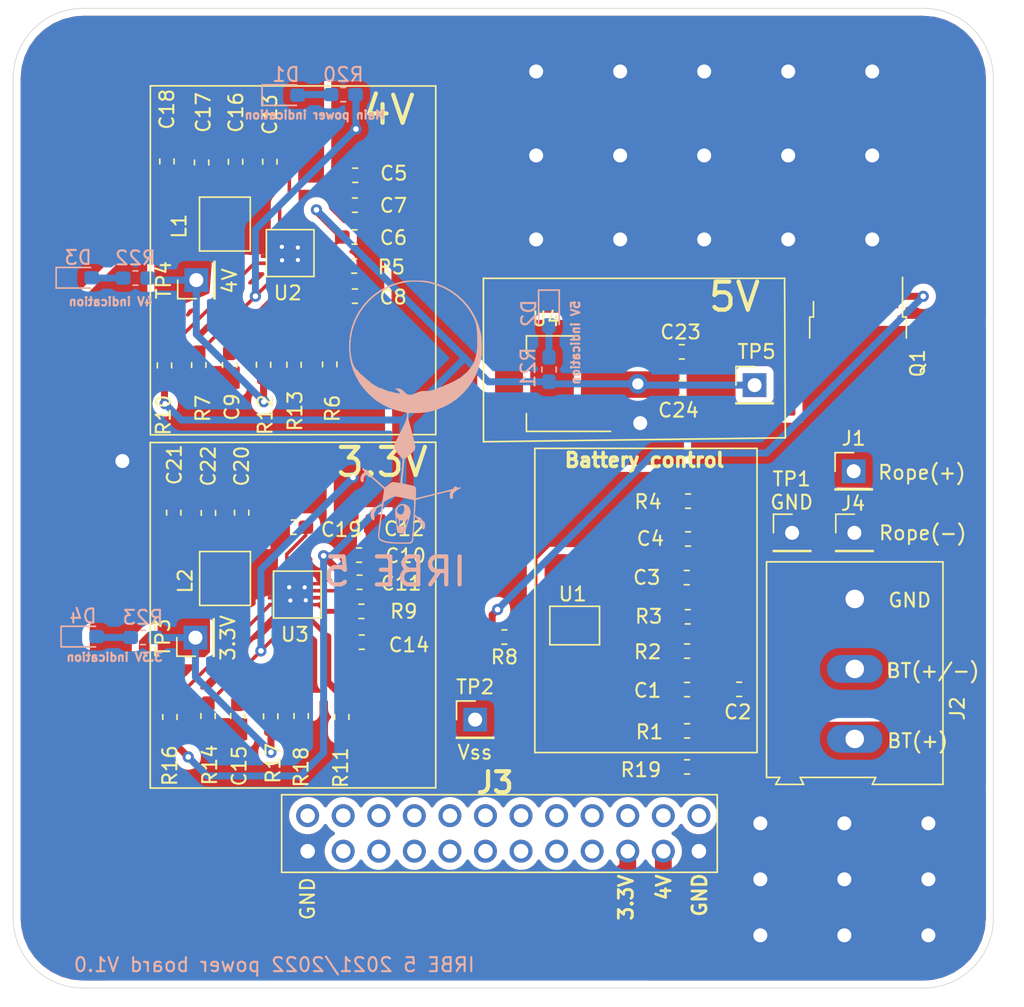
<source format=kicad_pcb>
(kicad_pcb (version 20171130) (host pcbnew "(5.1.4)-1")
  (layers (0 F.Cu signal) (31 B.Cu signal) (34 B.Paste user) (35 F.Paste user) (36 B.SilkS user) (37 F.SilkS user) (38 B.Mask user) (39 F.Mask user) (44 Edge.Cuts user))
  (net 0 "")
  (net 1 GND)
  (net 2 3.3V)
  (net 3 4V)
  (net 4 "Net-(C1-Pad2)")
  (net 5 "Net-(C1-Pad1)")
  (net 6 "Net-(C3-Pad1)")
  (net 7 "Net-(C4-Pad1)")
  (net 8 Vcc)
  (net 9 "Net-(C8-Pad1)")
  (net 10 "Net-(C9-Pad2)")
  (net 11 "Net-(C9-Pad1)")
  (net 12 "Net-(C13-Pad2)")
  (net 13 "Net-(C13-Pad1)")
  (net 14 "Net-(C14-Pad1)")
  (net 15 "Net-(C15-Pad2)")
  (net 16 "Net-(C15-Pad1)")
  (net 17 "Net-(C19-Pad2)")
  (net 18 "Net-(C19-Pad1)")
  (net 19 "Net-(J1-Pad1)")
  (net 20 "Net-(R3-Pad1)")
  (net 21 "Net-(R5-Pad1)")
  (net 22 "Net-(R6-Pad1)")
  (net 23 "Net-(R8-Pad1)")
  (net 24 "Net-(R9-Pad1)")
  (net 25 "Net-(R10-Pad2)")
  (net 26 "Net-(R11-Pad1)")
  (net 27 "Net-(R12-Pad2)")
  (net 28 "Net-(R16-Pad2)")
  (net 29 "Net-(R17-Pad2)")
  (net 30 Vcc_6V)
  (net 31 5V)
  (net 32 "Net-(D1-Pad2)")
  (net 33 "Net-(D2-Pad2)")
  (net 34 "Net-(D3-Pad2)")
  (net 35 "Net-(D4-Pad2)")
  (net 36 "Net-(Q1-Pad1)")
  (module Package_TO_SOT_SMD:TO-252-2 (layer F.Cu) (at 140.33346 74.52558 270)
    (fp_text reference Q1 (at 0.83622 -4.25604 90) (layer F.SilkS))
    (fp_text value ZXMP4A16G)
    (pad 2 smd rect (at 2.1 0 270) (size 6.4 5.8) (layers F.Cu F.Mask) (net 19 "Net-(J1-Pad1)"))
    (pad 3 smd rect (at -4.2 2.28 270) (size 2.2 1.2) (layers F.Cu F.Paste F.Mask) (net 8 Vcc))
    (pad 1 smd rect (at -4.2 -2.28 270) (size 2.2 1.2) (layers F.Cu F.Paste F.Mask) (net 36 "Net-(Q1-Pad1)"))
  )
  (module Package_TO_SOT_SMD:SOT-223 (layer F.Cu) (at 118.56212 76.81468 180)
    (fp_text reference U4 (at 0.508 4.62026 180) (layer F.SilkS))
    (fp_text value AP1117-50)
    (pad 1 smd rect (at -3.15 -2.3 180) (size 2 1.5) (layers F.Cu F.Paste F.Mask) (net 1 GND))
    (pad 3 smd rect (at -3.15 2.3 180) (size 2 1.5) (layers F.Cu F.Paste F.Mask) (net 8 Vcc))
    (pad 2 smd rect (at -3.15 0 180) (size 2 1.5) (layers F.Cu F.Paste F.Mask) (net 31 5V))
    (pad 4 smd rect (at 3.15 0 180) (size 2 3.8) (layers F.Cu F.Paste F.Mask))
  )
  (module Connector_PinHeader_2.54mm:PinHeader_1x01_P2.54mm_Vertical (layer F.Cu) (at 132.94868 76.92136)
    (fp_text reference TP5 (at 0.14478 -2.39268 180) (layer F.SilkS))
    (fp_text value 5V)
    (pad 1 thru_hole rect (at 0 0) (size 1.7 1.7) (drill 1) (layers *.Cu *.Mask) (net 31 5V))
  )
  (module Resistor_SMD:R_0603_1608Metric_Pad1.05x0.95mm_HandSolder (layer B.Cu) (at 89.267 94.95028 180)
    (fp_text reference R23 (at 0 1.43) (layer B.SilkS) (effects (justify mirror)))
    (fp_text value 75K)
    (pad 2 smd roundrect (at 0.875 0 180) (size 1.05 0.95) (layers B.Cu B.Paste B.Mask) (net 35 "Net-(D4-Pad2)"))
    (pad 1 smd roundrect (at -0.875 0 180) (size 1.05 0.95) (layers B.Cu B.Paste B.Mask) (net 2 3.3V))
  )
  (module Resistor_SMD:R_0603_1608Metric_Pad1.05x0.95mm_HandSolder (layer B.Cu) (at 88.73106 69.27088 180)
    (fp_text reference R22 (at 0 1.43) (layer B.SilkS) (effects (justify mirror)))
    (fp_text value 75K)
    (pad 2 smd roundrect (at 0.875 0 180) (size 1.05 0.95) (layers B.Cu B.Paste B.Mask) (net 34 "Net-(D3-Pad2)"))
    (pad 1 smd roundrect (at -0.875 0 180) (size 1.05 0.95) (layers B.Cu B.Paste B.Mask) (net 3 4V))
  )
  (module Resistor_SMD:R_0603_1608Metric_Pad1.05x0.95mm_HandSolder (layer B.Cu) (at 118.26748 75.80754 90)
    (fp_text reference R21 (at 0.12316 -1.49352 90) (layer B.SilkS) (effects (justify mirror)))
    (fp_text value 75K)
    (pad 2 smd roundrect (at 0.875 0 90) (size 1.05 0.95) (layers B.Cu B.Paste B.Mask) (net 33 "Net-(D2-Pad2)"))
    (pad 1 smd roundrect (at -0.875 0 90) (size 1.05 0.95) (layers B.Cu B.Paste B.Mask) (net 31 5V))
  )
  (module Resistor_SMD:R_0603_1608Metric_Pad1.05x0.95mm_HandSolder (layer B.Cu) (at 103.57612 56.16194 180)
    (fp_text reference R20 (at 0 1.43) (layer B.SilkS) (effects (justify mirror)))
    (fp_text value 75K)
    (pad 2 smd roundrect (at 0.875 0 180) (size 1.05 0.95) (layers B.Cu B.Paste B.Mask) (net 32 "Net-(D1-Pad2)"))
    (pad 1 smd roundrect (at -0.875 0 180) (size 1.05 0.95) (layers B.Cu B.Paste B.Mask) (net 8 Vcc))
  )
  (module Resistor_SMD:R_0603_1608Metric_Pad1.05x0.95mm_HandSolder (layer F.Cu) (at 115.08232 94.92234 180)
    (fp_text reference R8 (at 0 -1.43) (layer F.SilkS))
    (fp_text value 3k)
    (pad 2 smd roundrect (at 0.875 0 180) (size 1.05 0.95) (layers F.Cu F.Paste F.Mask) (net 36 "Net-(Q1-Pad1)"))
    (pad 1 smd roundrect (at -0.875 0 180) (size 1.05 0.95) (layers F.Cu F.Paste F.Mask) (net 23 "Net-(R8-Pad1)"))
  )
  (module LED_SMD:LED_0603_1608Metric_Pad1.05x0.95mm_HandSolder (layer B.Cu) (at 85.08238 94.88932)
    (fp_text reference D4 (at -0.09906 -1.46304) (layer B.SilkS) (effects (justify mirror)))
    (fp_text value LED)
    (pad 2 smd roundrect (at 0.875 0) (size 1.05 0.95) (layers B.Cu B.Paste B.Mask) (net 35 "Net-(D4-Pad2)"))
    (pad 1 smd roundrect (at -0.875 0) (size 1.05 0.95) (layers B.Cu B.Paste B.Mask) (net 1 GND))
  )
  (module LED_SMD:LED_0603_1608Metric_Pad1.05x0.95mm_HandSolder (layer B.Cu) (at 84.72932 69.25056)
    (fp_text reference D3 (at -0.09144 -1.44272) (layer B.SilkS) (effects (justify mirror)))
    (fp_text value LED)
    (pad 2 smd roundrect (at 0.875 0) (size 1.05 0.95) (layers B.Cu B.Paste B.Mask) (net 34 "Net-(D3-Pad2)"))
    (pad 1 smd roundrect (at -0.875 0) (size 1.05 0.95) (layers B.Cu B.Paste B.Mask) (net 1 GND))
  )
  (module LED_SMD:LED_0603_1608Metric_Pad1.05x0.95mm_HandSolder (layer B.Cu) (at 118.25986 71.7931 270)
    (fp_text reference D2 (at 0 1.43 90) (layer B.SilkS) (effects (justify mirror)))
    (fp_text value LED)
    (pad 2 smd roundrect (at 0.875 0 270) (size 1.05 0.95) (layers B.Cu B.Paste B.Mask) (net 33 "Net-(D2-Pad2)"))
    (pad 1 smd roundrect (at -0.875 0 270) (size 1.05 0.95) (layers B.Cu B.Paste B.Mask) (net 1 GND))
  )
  (module LED_SMD:LED_0603_1608Metric_Pad1.05x0.95mm_HandSolder (layer B.Cu) (at 99.43592 56.20258)
    (fp_text reference D1 (at 0.04064 -1.46812) (layer B.SilkS) (effects (justify mirror)))
    (fp_text value LED)
    (pad 2 smd roundrect (at 0.875 0) (size 1.05 0.95) (layers B.Cu B.Paste B.Mask) (net 32 "Net-(D1-Pad2)"))
    (pad 1 smd roundrect (at -0.875 0) (size 1.05 0.95) (layers B.Cu B.Paste B.Mask) (net 1 GND))
  )
  (module Capacitor_SMD:C_0603_1608Metric_Pad1.05x0.95mm_HandSolder (layer F.Cu) (at 127.7366 77.11948)
    (fp_text reference C24 (at -0.22352 1.59766) (layer F.SilkS))
    (fp_text value 22uF)
    (pad 2 smd roundrect (at 0.875 0) (size 1.05 0.95) (layers F.Cu F.Paste F.Mask) (net 1 GND))
    (pad 1 smd roundrect (at -0.875 0) (size 1.05 0.95) (layers F.Cu F.Paste F.Mask) (net 31 5V))
  )
  (module Capacitor_SMD:C_0603_1608Metric_Pad1.05x0.95mm_HandSolder (layer F.Cu) (at 127.75184 74.54392)
    (fp_text reference C23 (at -0.08636 -1.4097) (layer F.SilkS))
    (fp_text value 10uF)
    (pad 2 smd roundrect (at 0.875 0) (size 1.05 0.95) (layers F.Cu F.Paste F.Mask) (net 1 GND))
    (pad 1 smd roundrect (at -0.875 0) (size 1.05 0.95) (layers F.Cu F.Paste F.Mask) (net 8 Vcc))
  )
  (module lodlaukumi_IRBE:IRBE_2 (layer B.Cu) (at 108.74502 78.83398 180)
    (fp_text reference G*** hide)
    (fp_text value LOGO hide)
  )
  (module lodlaukumi_IRBE:SIP12109DMP-T1-GE4 (layer F.Cu) (at 99.54296 90.31104)
    (fp_text reference U3 (at 0.575 4.425) (layer F.SilkS))
    (fp_text value sip12109)
    (pad 2 smd trapezoid (at 2.325 1.3 90) (size 0.25 1) (layers F.Cu F.Paste F.Mask) (net 31 5V))
    (pad 3 smd trapezoid (at 2.325 1.8 90) (size 0.25 1) (layers F.Cu F.Paste F.Mask) (net 1 GND))
    (pad 4 smd trapezoid (at 2.325 2.3 90) (size 0.25 1) (layers F.Cu F.Paste F.Mask) (net 24 "Net-(R9-Pad1)"))
    (pad 1 smd trapezoid (at 2.325 0.8 90) (size 0.25 1) (layers F.Cu F.Paste F.Mask) (net 8 Vcc))
    (pad 11 smd trapezoid (at -0.85 1.3 90) (size 0.25 1) (layers F.Cu F.Paste F.Mask) (net 17 "Net-(C19-Pad2)"))
    (pad 10 smd trapezoid (at -0.85 1.8 90) (size 0.25 1) (layers F.Cu F.Paste F.Mask) (net 17 "Net-(C19-Pad2)"))
    (pad 9 smd trapezoid (at -0.825 2.3 90) (size 0.25 1) (layers F.Cu F.Paste F.Mask) (net 28 "Net-(R16-Pad2)"))
    (pad 12 smd trapezoid (at -0.825 0.8 90) (size 0.25 1) (layers F.Cu F.Paste F.Mask) (net 17 "Net-(C19-Pad2)"))
    (pad 6 smd trapezoid (at 1 3.15) (size 0.25 1) (layers F.Cu F.Paste F.Mask) (net 29 "Net-(R17-Pad2)"))
    (pad 7 smd trapezoid (at 0.5 3.15) (size 0.25 1) (layers F.Cu F.Paste F.Mask) (net 16 "Net-(C15-Pad1)"))
    (pad 8 smd trapezoid (at 0 3.15) (size 0.25 1) (layers F.Cu F.Paste F.Mask) (net 8 Vcc))
    (pad 5 smd trapezoid (at 1.5 3.15) (size 0.25 1) (layers F.Cu F.Paste F.Mask) (net 26 "Net-(R11-Pad1)"))
    (pad 17 smd trapezoid (at 0.75 1.575) (size 1.74 1.74) (layers F.Cu F.Paste F.Mask) (net 1 GND))
    (pad 16 smd trapezoid (at 1.5 0) (size 0.25 1) (layers F.Cu F.Paste F.Mask) (net 8 Vcc))
    (pad 15 smd trapezoid (at 1 0) (size 0.25 1) (layers F.Cu F.Paste F.Mask) (net 1 GND))
    (pad 14 smd trapezoid (at 0.5 0) (size 0.25 1) (layers F.Cu F.Paste F.Mask) (net 1 GND))
    (pad 13 smd trapezoid (at 0 0) (size 0.25 1) (layers F.Cu F.Paste F.Mask) (net 18 "Net-(C19-Pad1)"))
  )
  (module lodlaukumi_IRBE:SIP12109DMP-T1-GE4 (layer F.Cu) (at 99.03192 65.91408)
    (fp_text reference U2 (at 0.575 4.425) (layer F.SilkS))
    (fp_text value sip12109)
    (pad 2 smd trapezoid (at 2.325 1.3 90) (size 0.25 1) (layers F.Cu F.Paste F.Mask) (net 31 5V))
    (pad 3 smd trapezoid (at 2.325 1.8 90) (size 0.25 1) (layers F.Cu F.Paste F.Mask) (net 1 GND))
    (pad 4 smd trapezoid (at 2.325 2.3 90) (size 0.25 1) (layers F.Cu F.Paste F.Mask) (net 21 "Net-(R5-Pad1)"))
    (pad 1 smd trapezoid (at 2.325 0.8 90) (size 0.25 1) (layers F.Cu F.Paste F.Mask) (net 8 Vcc))
    (pad 11 smd trapezoid (at -0.85 1.3 90) (size 0.25 1) (layers F.Cu F.Paste F.Mask) (net 12 "Net-(C13-Pad2)"))
    (pad 10 smd trapezoid (at -0.85 1.8 90) (size 0.25 1) (layers F.Cu F.Paste F.Mask) (net 12 "Net-(C13-Pad2)"))
    (pad 9 smd trapezoid (at -0.825 2.3 90) (size 0.25 1) (layers F.Cu F.Paste F.Mask) (net 25 "Net-(R10-Pad2)"))
    (pad 12 smd trapezoid (at -0.825 0.8 90) (size 0.25 1) (layers F.Cu F.Paste F.Mask) (net 12 "Net-(C13-Pad2)"))
    (pad 6 smd trapezoid (at 1 3.15) (size 0.25 1) (layers F.Cu F.Paste F.Mask) (net 27 "Net-(R12-Pad2)"))
    (pad 7 smd trapezoid (at 0.5 3.15) (size 0.25 1) (layers F.Cu F.Paste F.Mask) (net 11 "Net-(C9-Pad1)"))
    (pad 8 smd trapezoid (at 0 3.15) (size 0.25 1) (layers F.Cu F.Paste F.Mask) (net 8 Vcc))
    (pad 5 smd trapezoid (at 1.5 3.15) (size 0.25 1) (layers F.Cu F.Paste F.Mask) (net 22 "Net-(R6-Pad1)"))
    (pad 17 smd trapezoid (at 0.75 1.575) (size 1.74 1.74) (layers F.Cu F.Paste F.Mask) (net 1 GND))
    (pad 16 smd trapezoid (at 1.5 0) (size 0.25 1) (layers F.Cu F.Paste F.Mask) (net 8 Vcc))
    (pad 15 smd trapezoid (at 1 0) (size 0.25 1) (layers F.Cu F.Paste F.Mask) (net 1 GND))
    (pad 14 smd trapezoid (at 0.5 0) (size 0.25 1) (layers F.Cu F.Paste F.Mask) (net 1 GND))
    (pad 13 smd trapezoid (at 0 0) (size 0.25 1) (layers F.Cu F.Paste F.Mask) (net 13 "Net-(C13-Pad1)"))
  )
  (module Resistor_SMD:R_0603_1608Metric_Pad1.05x0.95mm_HandSolder (layer F.Cu) (at 128.125 104.2 180)
    (fp_text reference R19 (at 3.2967 -0.20924) (layer F.SilkS))
    (fp_text value 0)
    (pad 2 smd roundrect (at 0.875 0 180) (size 1.05 0.95) (layers F.Cu F.Paste F.Mask) (net 8 Vcc))
    (pad 1 smd roundrect (at -0.875 0 180) (size 1.05 0.95) (layers F.Cu F.Paste F.Mask) (net 19 "Net-(J1-Pad1)"))
  )
  (module Resistor_SMD:R_0603_1608Metric_Pad1.05x0.95mm_HandSolder (layer F.Cu) (at 93.91796 100.56104 270)
    (fp_text reference R14 (at 3.5 -0.125 90) (layer F.SilkS))
    (fp_text value 100K)
    (pad 2 smd roundrect (at 0.875 0 270) (size 1.05 0.95) (layers F.Cu F.Paste F.Mask) (net 15 "Net-(C15-Pad2)"))
    (pad 1 smd roundrect (at -0.875 0 270) (size 1.05 0.95) (layers F.Cu F.Paste F.Mask) (net 8 Vcc))
  )
  (module lodlaukumi_IRBE:1uH_coil (layer F.Cu) (at 96.31796 90.73604 180)
    (fp_text reference L2 (at 4.025 -0.175 270) (layer F.SilkS))
    (fp_text value 1uH)
    (pad 2 smd rect (at 2.37 0 180) (size 0.98 3.7) (layers F.Cu F.Paste F.Mask) (net 2 3.3V))
    (pad 1 smd rect (at 0 0 180) (size 0.98 3.7) (layers F.Cu F.Paste F.Mask) (net 17 "Net-(C19-Pad2)"))
  )
  (module lodlaukumi_IRBE:1uH_coil (layer F.Cu) (at 96.30692 65.41408 180)
    (fp_text reference L1 (at 4.45 -0.15 270) (layer F.SilkS))
    (fp_text value 1uH)
    (pad 2 smd rect (at 2.37 0 180) (size 0.98 3.7) (layers F.Cu F.Paste F.Mask) (net 3 4V))
    (pad 1 smd rect (at 0 0 180) (size 0.98 3.7) (layers F.Cu F.Paste F.Mask) (net 12 "Net-(C13-Pad2)"))
  )
  (module lodlaukumi_IRBE:BQ29200DRBT (layer F.Cu) (at 121.5 95.15 180)
    (fp_text reference U1 (at 1.55 3.3) (layer F.SilkS))
    (fp_text value BQ29200DRBT)
    (pad 1 smd trapezoid (at -0.2 0 180) (size 1 0.3) (layers F.Cu F.Paste F.Mask) (net 5 "Net-(C1-Pad1)"))
    (pad 2 smd trapezoid (at -0.2 0.65 180) (size 1 0.3) (layers F.Cu F.Paste F.Mask) (net 4 "Net-(C1-Pad2)"))
    (pad 3 smd trapezoid (at -0.2 1.3 180) (size 1 0.3) (layers F.Cu F.Paste F.Mask) (net 20 "Net-(R3-Pad1)"))
    (pad 4 smd trapezoid (at -0.2 1.95 180) (size 1 0.3) (layers F.Cu F.Paste F.Mask) (net 6 "Net-(C3-Pad1)"))
    (pad 5 smd trapezoid (at 3 1.95 180) (size 1 0.3) (layers F.Cu F.Paste F.Mask) (net 1 GND))
    (pad 6 smd trapezoid (at 3 1.3 180) (size 1 0.3) (layers F.Cu F.Paste F.Mask) (net 1 GND))
    (pad 7 smd trapezoid (at 3 0.65 180) (size 1 0.3) (layers F.Cu F.Paste F.Mask) (net 7 "Net-(C4-Pad1)"))
    (pad 8 smd trapezoid (at 3 0 180) (size 1 0.3) (layers F.Cu F.Paste F.Mask) (net 23 "Net-(R8-Pad1)"))
    (pad 9 smd trapezoid (at 1.425 0.975 180) (size 1.65 2.4) (layers F.Cu F.Paste F.Mask) (net 1 GND))
  )
  (module Connector_PinHeader_2.54mm:PinHeader_1x01_P2.54mm_Vertical (layer F.Cu) (at 93.08084 69.4182 90)
    (fp_text reference TP4 (at 0 -2.33 90) (layer F.SilkS))
    (fp_text value 4V)
    (pad 1 thru_hole rect (at 0 0 90) (size 1.7 1.7) (drill 1) (layers *.Cu *.Mask) (net 3 4V))
  )
  (module Connector_PinHeader_2.54mm:PinHeader_1x01_P2.54mm_Vertical (layer F.Cu) (at 93.01796 94.96104 90)
    (fp_text reference TP3 (at 0 -2.33 90) (layer F.SilkS))
    (fp_text value 3.3V)
    (pad 1 thru_hole rect (at 0 0 90) (size 1.7 1.7) (drill 1) (layers *.Cu *.Mask) (net 2 3.3V))
  )
  (module Connector_PinHeader_2.54mm:PinHeader_1x01_P2.54mm_Vertical (layer F.Cu) (at 112.9919 100.82022)
    (fp_text reference TP2 (at 0 -2.33) (layer F.SilkS))
    (fp_text value Vss)
    (pad 1 thru_hole rect (at 0 0) (size 1.7 1.7) (drill 1) (layers *.Cu *.Mask) (net 8 Vcc))
  )
  (module Connector_PinHeader_2.54mm:PinHeader_1x01_P2.54mm_Vertical (layer F.Cu) (at 135.625 87.475)
    (fp_text reference TP1 (at -0.02964 -3.84296) (layer F.SilkS))
    (fp_text value GND)
    (pad 1 thru_hole rect (at 0 0) (size 1.7 1.7) (drill 1) (layers *.Cu *.Mask) (net 1 GND))
  )
  (module Resistor_SMD:R_0603_1608Metric_Pad1.05x0.95mm_HandSolder (layer F.Cu) (at 100.56796 100.56104 270)
    (fp_text reference R18 (at 3.65 0 90) (layer F.SilkS))
    (fp_text value 3.3K)
    (pad 2 smd roundrect (at 0.875 0 270) (size 1.05 0.95) (layers F.Cu F.Paste F.Mask) (net 1 GND))
    (pad 1 smd roundrect (at -0.875 0 270) (size 1.05 0.95) (layers F.Cu F.Paste F.Mask) (net 29 "Net-(R17-Pad2)"))
  )
  (module Resistor_SMD:R_0603_1608Metric_Pad1.05x0.95mm_HandSolder (layer F.Cu) (at 98.39296 100.58604 90)
    (fp_text reference R17 (at -3.35 0.175 90) (layer F.SilkS))
    (fp_text value 330)
    (pad 2 smd roundrect (at 0.875 0 90) (size 1.05 0.95) (layers F.Cu F.Paste F.Mask) (net 29 "Net-(R17-Pad2)"))
    (pad 1 smd roundrect (at -0.875 0 90) (size 1.05 0.95) (layers F.Cu F.Paste F.Mask) (net 2 3.3V))
  )
  (module Resistor_SMD:R_0603_1608Metric_Pad1.05x0.95mm_HandSolder (layer F.Cu) (at 91.19296 100.63604 90)
    (fp_text reference R16 (at -3.475 0 90) (layer F.SilkS))
    (fp_text value 100K)
    (pad 2 smd roundrect (at 0.875 0 90) (size 1.05 0.95) (layers F.Cu F.Paste F.Mask) (net 28 "Net-(R16-Pad2)"))
    (pad 1 smd roundrect (at -0.875 0 90) (size 1.05 0.95) (layers F.Cu F.Paste F.Mask) (net 31 5V))
  )
  (module Resistor_SMD:R_0603_1608Metric_Pad1.05x0.95mm_HandSolder (layer F.Cu) (at 100.05692 75.46408 270)
    (fp_text reference R13 (at 3.3 -0.075 90) (layer F.SilkS))
    (fp_text value 4K)
    (pad 2 smd roundrect (at 0.875 0 270) (size 1.05 0.95) (layers F.Cu F.Paste F.Mask) (net 1 GND))
    (pad 1 smd roundrect (at -0.875 0 270) (size 1.05 0.95) (layers F.Cu F.Paste F.Mask) (net 27 "Net-(R12-Pad2)"))
  )
  (module Resistor_SMD:R_0603_1608Metric_Pad1.05x0.95mm_HandSolder (layer F.Cu) (at 97.88192 75.46408 90)
    (fp_text reference R12 (at -3.575 0.125 90) (layer F.SilkS))
    (fp_text value 250)
    (pad 2 smd roundrect (at 0.875 0 90) (size 1.05 0.95) (layers F.Cu F.Paste F.Mask) (net 27 "Net-(R12-Pad2)"))
    (pad 1 smd roundrect (at -0.875 0 90) (size 1.05 0.95) (layers F.Cu F.Paste F.Mask) (net 3 4V))
  )
  (module Resistor_SMD:R_0603_1608Metric_Pad1.05x0.95mm_HandSolder (layer F.Cu) (at 103.46796 100.63604 270)
    (fp_text reference R11 (at 3.625 0.075 90) (layer F.SilkS))
    (fp_text value 6K04)
    (pad 2 smd roundrect (at 0.875 0 270) (size 1.05 0.95) (layers F.Cu F.Paste F.Mask) (net 14 "Net-(C14-Pad1)"))
    (pad 1 smd roundrect (at -0.875 0 270) (size 1.05 0.95) (layers F.Cu F.Paste F.Mask) (net 26 "Net-(R11-Pad1)"))
  )
  (module Resistor_SMD:R_0603_1608Metric_Pad1.05x0.95mm_HandSolder (layer F.Cu) (at 90.80692 75.51408 90)
    (fp_text reference R10 (at -3.55 -0.075 90) (layer F.SilkS))
    (fp_text value 100K)
    (pad 2 smd roundrect (at 0.875 0 90) (size 1.05 0.95) (layers F.Cu F.Paste F.Mask) (net 25 "Net-(R10-Pad2)"))
    (pad 1 smd roundrect (at -0.875 0 90) (size 1.05 0.95) (layers F.Cu F.Paste F.Mask) (net 31 5V))
  )
  (module Resistor_SMD:R_0603_1608Metric_Pad1.05x0.95mm_HandSolder (layer F.Cu) (at 104.86796 93.08604)
    (fp_text reference R9 (at 3.025 0) (layer F.SilkS))
    (fp_text value 75K)
    (pad 2 smd roundrect (at 0.875 0) (size 1.05 0.95) (layers F.Cu F.Paste F.Mask) (net 1 GND))
    (pad 1 smd roundrect (at -0.875 0) (size 1.05 0.95) (layers F.Cu F.Paste F.Mask) (net 24 "Net-(R9-Pad1)"))
  )
  (module Resistor_SMD:R_0603_1608Metric_Pad1.05x0.95mm_HandSolder (layer F.Cu) (at 93.25692 75.48908 270)
    (fp_text reference R7 (at 3.1 -0.3 90) (layer F.SilkS))
    (fp_text value 100K)
    (pad 1 smd roundrect (at -0.875 0 270) (size 1.05 0.95) (layers F.Cu F.Paste F.Mask) (net 8 Vcc))
    (pad 2 smd roundrect (at 0.875 0 270) (size 1.05 0.95) (layers F.Cu F.Paste F.Mask) (net 10 "Net-(C9-Pad2)"))
  )
  (module Resistor_SMD:R_0603_1608Metric_Pad1.05x0.95mm_HandSolder (layer F.Cu) (at 102.60692 75.43908 270)
    (fp_text reference R6 (at 3.15 -0.2 90) (layer F.SilkS))
    (fp_text value 6K04)
    (pad 2 smd roundrect (at 0.875 0 270) (size 1.05 0.95) (layers F.Cu F.Paste F.Mask) (net 9 "Net-(C8-Pad1)"))
    (pad 1 smd roundrect (at -0.875 0 270) (size 1.05 0.95) (layers F.Cu F.Paste F.Mask) (net 22 "Net-(R6-Pad1)"))
  )
  (module Resistor_SMD:R_0603_1608Metric_Pad1.05x0.95mm_HandSolder (layer F.Cu) (at 104.35692 68.41408)
    (fp_text reference R5 (at 2.65 0.075) (layer F.SilkS))
    (fp_text value 75K)
    (pad 2 smd roundrect (at 0.875 0) (size 1.05 0.95) (layers F.Cu F.Paste F.Mask) (net 1 GND))
    (pad 1 smd roundrect (at -0.875 0) (size 1.05 0.95) (layers F.Cu F.Paste F.Mask) (net 21 "Net-(R5-Pad1)"))
  )
  (module Resistor_SMD:R_0603_1608Metric_Pad1.05x0.95mm_HandSolder (layer F.Cu) (at 128.1938 85.21192 180)
    (fp_text reference R4 (at 2.8546 -0.04646) (layer F.SilkS))
    (fp_text value 100)
    (pad 2 smd roundrect (at 0.875 0 180) (size 1.05 0.95) (layers F.Cu F.Paste F.Mask) (net 7 "Net-(C4-Pad1)"))
    (pad 1 smd roundrect (at -0.875 0 180) (size 1.05 0.95) (layers F.Cu F.Paste F.Mask) (net 19 "Net-(J1-Pad1)"))
  )
  (module Resistor_SMD:R_0603_1608Metric_Pad1.05x0.95mm_HandSolder (layer F.Cu) (at 128.175 93.475)
    (fp_text reference R3 (at -2.7879 -0.0284) (layer F.SilkS))
    (fp_text value 100)
    (pad 2 smd roundrect (at 0.875 0) (size 1.05 0.95) (layers F.Cu F.Paste F.Mask) (net 30 Vcc_6V))
    (pad 1 smd roundrect (at -0.875 0) (size 1.05 0.95) (layers F.Cu F.Paste F.Mask) (net 20 "Net-(R3-Pad1)"))
  )
  (module Resistor_SMD:R_0603_1608Metric_Pad1.05x0.95mm_HandSolder (layer F.Cu) (at 128.125 95.925)
    (fp_text reference R2 (at -2.8141 0.05906) (layer F.SilkS))
    (fp_text value 260)
    (pad 2 smd roundrect (at 0.875 0) (size 1.05 0.95) (layers F.Cu F.Paste F.Mask) (net 30 Vcc_6V))
    (pad 1 smd roundrect (at -0.875 0) (size 1.05 0.95) (layers F.Cu F.Paste F.Mask) (net 4 "Net-(C1-Pad2)"))
  )
  (module Resistor_SMD:R_0603_1608Metric_Pad1.05x0.95mm_HandSolder (layer F.Cu) (at 128.125 101.625)
    (fp_text reference R1 (at -2.6871 0.08168) (layer F.SilkS))
    (fp_text value 160)
    (pad 2 smd roundrect (at 0.875 0) (size 1.05 0.95) (layers F.Cu F.Paste F.Mask) (net 19 "Net-(J1-Pad1)"))
    (pad 1 smd roundrect (at -0.875 0) (size 1.05 0.95) (layers F.Cu F.Paste F.Mask) (net 5 "Net-(C1-Pad1)"))
  )
  (module Connector_PinHeader_2.54mm:PinHeader_1x01_P2.54mm_Vertical (layer F.Cu) (at 140.075 87.475)
    (fp_text reference J4 (at -0.0956 -2.09798) (layer F.SilkS))
    (fp_text value Conect_to_ropeburnning)
    (pad 1 thru_hole rect (at 0 0) (size 1.7 1.7) (drill 1) (layers *.Cu *.Mask) (net 1 GND))
  )
  (module LOCAL:SAMTEC-SSW-112-02-X-D-RA (layer F.Cu) (at 115 116 180)
    (fp_text reference J3 (at 0.5857 10.67128) (layer F.SilkS) (effects (font (size 1.5 1.5) (thickness 0.3))))
    (fp_text value 02x12)
    (pad 13 thru_hole circle (at 13.97 8.318 180) (size 1.64 1.64) (drill 1.04) (layers *.Cu *.Mask))
    (pad 12 thru_hole circle (at 13.97 5.778 180) (size 1.64 1.64) (drill 1.04) (layers *.Cu *.Mask) (net 1 GND))
    (pad 14 thru_hole circle (at 11.43 8.318 180) (size 1.64 1.64) (drill 1.04) (layers *.Cu *.Mask))
    (pad 11 thru_hole circle (at 11.43 5.778 180) (size 1.64 1.64) (drill 1.04) (layers *.Cu *.Mask))
    (pad 15 thru_hole circle (at 8.89 8.318 180) (size 1.64 1.64) (drill 1.04) (layers *.Cu *.Mask))
    (pad 10 thru_hole circle (at 8.89 5.778 180) (size 1.64 1.64) (drill 1.04) (layers *.Cu *.Mask))
    (pad 16 thru_hole circle (at 6.35 8.318 180) (size 1.64 1.64) (drill 1.04) (layers *.Cu *.Mask))
    (pad 9 thru_hole circle (at 6.35 5.778 180) (size 1.64 1.64) (drill 1.04) (layers *.Cu *.Mask))
    (pad 17 thru_hole circle (at 3.81 8.318 180) (size 1.64 1.64) (drill 1.04) (layers *.Cu *.Mask))
    (pad 8 thru_hole circle (at 3.81 5.778 180) (size 1.64 1.64) (drill 1.04) (layers *.Cu *.Mask))
    (pad 18 thru_hole circle (at 1.27 8.318 180) (size 1.64 1.64) (drill 1.04) (layers *.Cu *.Mask))
    (pad 7 thru_hole circle (at 1.27 5.778 180) (size 1.64 1.64) (drill 1.04) (layers *.Cu *.Mask))
    (pad 19 thru_hole circle (at -1.27 8.318 180) (size 1.64 1.64) (drill 1.04) (layers *.Cu *.Mask))
    (pad 6 thru_hole circle (at -1.27 5.778 180) (size 1.64 1.64) (drill 1.04) (layers *.Cu *.Mask))
    (pad 20 thru_hole circle (at -3.81 8.318 180) (size 1.64 1.64) (drill 1.04) (layers *.Cu *.Mask))
    (pad 5 thru_hole circle (at -3.81 5.778 180) (size 1.64 1.64) (drill 1.04) (layers *.Cu *.Mask))
    (pad 21 thru_hole circle (at -6.35 8.318 180) (size 1.64 1.64) (drill 1.04) (layers *.Cu *.Mask))
    (pad 4 thru_hole circle (at -6.35 5.778 180) (size 1.64 1.64) (drill 1.04) (layers *.Cu *.Mask))
    (pad 22 thru_hole circle (at -8.89 8.318 180) (size 1.64 1.64) (drill 1.04) (layers *.Cu *.Mask))
    (pad 3 thru_hole circle (at -8.89 5.778 180) (size 1.64 1.64) (drill 1.04) (layers *.Cu *.Mask) (net 2 3.3V))
    (pad 23 thru_hole circle (at -11.43 8.318 180) (size 1.64 1.64) (drill 1.04) (layers *.Cu *.Mask))
    (pad 2 thru_hole circle (at -11.43 5.778 180) (size 1.64 1.64) (drill 1.04) (layers *.Cu *.Mask) (net 3 4V))
    (pad 24 thru_hole circle (at -13.97 8.318 180) (size 1.64 1.64) (drill 1.04) (layers *.Cu *.Mask))
    (pad 1 thru_hole circle (at -13.97 5.778 180) (size 1.64 1.64) (drill 1.04) (layers *.Cu *.Mask) (net 1 GND))
  )
  (module TerminalBlock:TerminalBlock_Altech_AK300-3_P5.00mm (layer F.Cu) (at 140.1 92.2 270)
    (fp_text reference J2 (at 7.8252 -7.3343 90) (layer F.SilkS))
    (fp_text value Battery_pack)
    (pad 3 thru_hole oval (at 10 0 270) (size 1.98 3.96) (drill 1.32) (layers *.Cu *.Mask) (net 19 "Net-(J1-Pad1)"))
    (pad 2 thru_hole oval (at 5 0 270) (size 1.98 3.96) (drill 1.32) (layers *.Cu *.Mask) (net 30 Vcc_6V))
    (pad 1 thru_hole rect (at 0 0 270) (size 1.98 3.96) (drill 1.32) (layers *.Cu *.Mask) (net 1 GND))
  )
  (module Connector_PinHeader_2.54mm:PinHeader_1x01_P2.54mm_Vertical (layer F.Cu) (at 140.025 83.075)
    (fp_text reference J1 (at -0.00496 -2.34618) (layer F.SilkS))
    (fp_text value Conect_to_ropeburnning)
    (pad 1 thru_hole rect (at 0 0) (size 1.7 1.7) (drill 1) (layers *.Cu *.Mask) (net 19 "Net-(J1-Pad1)"))
  )
  (module Capacitor_SMD:C_0603_1608Metric_Pad1.05x0.95mm_HandSolder (layer F.Cu) (at 93.94296 86.06104 90)
    (fp_text reference C22 (at 3.35 0 90) (layer F.SilkS))
    (fp_text value 22uF)
    (pad 2 smd roundrect (at 0.875 0 90) (size 1.05 0.95) (layers F.Cu F.Paste F.Mask) (net 1 GND))
    (pad 1 smd roundrect (at -0.875 0 90) (size 1.05 0.95) (layers F.Cu F.Paste F.Mask) (net 2 3.3V))
  )
  (module Capacitor_SMD:C_0603_1608Metric_Pad1.05x0.95mm_HandSolder (layer F.Cu) (at 91.46796 86.03604 90)
    (fp_text reference C21 (at 3.425 0.05 90) (layer F.SilkS))
    (fp_text value 22uF)
    (pad 2 smd roundrect (at 0.875 0 90) (size 1.05 0.95) (layers F.Cu F.Paste F.Mask) (net 1 GND))
    (pad 1 smd roundrect (at -0.875 0 90) (size 1.05 0.95) (layers F.Cu F.Paste F.Mask) (net 2 3.3V))
  )
  (module Capacitor_SMD:C_0603_1608Metric_Pad1.05x0.95mm_HandSolder (layer F.Cu) (at 96.31796 86.03604 90)
    (fp_text reference C20 (at 3.325 0 90) (layer F.SilkS))
    (fp_text value 0.1uF)
    (pad 2 smd roundrect (at 0.875 0 90) (size 1.05 0.95) (layers F.Cu F.Paste F.Mask) (net 1 GND))
    (pad 1 smd roundrect (at -0.875 0 90) (size 1.05 0.95) (layers F.Cu F.Paste F.Mask) (net 2 3.3V))
  )
  (module Capacitor_SMD:C_0603_1608Metric_Pad1.05x0.95mm_HandSolder (layer F.Cu) (at 100.0252 87.0712 180)
    (fp_text reference C19 (at -3.4 -0.175) (layer F.SilkS))
    (fp_text value 0.1uF)
    (pad 2 smd roundrect (at 0.875 0 180) (size 1.05 0.95) (layers F.Cu F.Paste F.Mask) (net 17 "Net-(C19-Pad2)"))
    (pad 1 smd roundrect (at -0.875 0 180) (size 1.05 0.95) (layers F.Cu F.Paste F.Mask) (net 18 "Net-(C19-Pad1)"))
  )
  (module Capacitor_SMD:C_0603_1608Metric_Pad1.05x0.95mm_HandSolder (layer F.Cu) (at 90.98192 60.93908 90)
    (fp_text reference C18 (at 3.725 0 90) (layer F.SilkS))
    (fp_text value 22uF)
    (pad 2 smd roundrect (at 0.875 0 90) (size 1.05 0.95) (layers F.Cu F.Paste F.Mask) (net 1 GND))
    (pad 1 smd roundrect (at -0.875 0 90) (size 1.05 0.95) (layers F.Cu F.Paste F.Mask) (net 3 4V))
  )
  (module Capacitor_SMD:C_0603_1608Metric_Pad1.05x0.95mm_HandSolder (layer F.Cu) (at 93.45692 61.01408 90)
    (fp_text reference C17 (at 3.575 0.125 90) (layer F.SilkS))
    (fp_text value 22uF)
    (pad 2 smd roundrect (at 0.875 0 90) (size 1.05 0.95) (layers F.Cu F.Paste F.Mask) (net 1 GND))
    (pad 1 smd roundrect (at -0.875 0 90) (size 1.05 0.95) (layers F.Cu F.Paste F.Mask) (net 3 4V))
  )
  (module Capacitor_SMD:C_0603_1608Metric_Pad1.05x0.95mm_HandSolder (layer F.Cu) (at 95.88192 60.96408 90)
    (fp_text reference C16 (at 3.525 0.025 90) (layer F.SilkS))
    (fp_text value 0.1uF)
    (pad 2 smd roundrect (at 0.875 0 90) (size 1.05 0.95) (layers F.Cu F.Paste F.Mask) (net 1 GND))
    (pad 1 smd roundrect (at -0.875 0 90) (size 1.05 0.95) (layers F.Cu F.Paste F.Mask) (net 3 4V))
  )
  (module Capacitor_SMD:C_0603_1608Metric_Pad1.05x0.95mm_HandSolder (layer F.Cu) (at 96.04296 100.56104 270)
    (fp_text reference C15 (at 3.575 -0.1 90) (layer F.SilkS))
    (fp_text value 10nF)
    (pad 2 smd roundrect (at 0.875 0 270) (size 1.05 0.95) (layers F.Cu F.Paste F.Mask) (net 15 "Net-(C15-Pad2)"))
    (pad 1 smd roundrect (at -0.875 0 270) (size 1.05 0.95) (layers F.Cu F.Paste F.Mask) (net 16 "Net-(C15-Pad1)"))
  )
  (module Capacitor_SMD:C_0603_1608Metric_Pad1.05x0.95mm_HandSolder (layer F.Cu) (at 104.89296 95.28604)
    (fp_text reference C14 (at 3.375 0.2) (layer F.SilkS))
    (fp_text value 0.47nF)
    (pad 2 smd roundrect (at 0.875 0) (size 1.05 0.95) (layers F.Cu F.Paste F.Mask) (net 1 GND))
    (pad 1 smd roundrect (at -0.875 0) (size 1.05 0.95) (layers F.Cu F.Paste F.Mask) (net 14 "Net-(C14-Pad1)"))
  )
  (module Capacitor_SMD:C_0603_1608Metric_Pad1.05x0.95mm_HandSolder (layer F.Cu) (at 98.33192 60.96408 270)
    (fp_text reference C13 (at -3.375 0 90) (layer F.SilkS))
    (fp_text value 0.1uF)
    (pad 2 smd roundrect (at 0.875 0 270) (size 1.05 0.95) (layers F.Cu F.Paste F.Mask) (net 12 "Net-(C13-Pad2)"))
    (pad 1 smd roundrect (at -0.875 0 270) (size 1.05 0.95) (layers F.Cu F.Paste F.Mask) (net 13 "Net-(C13-Pad1)"))
  )
  (module Capacitor_SMD:C_0603_1608Metric_Pad1.05x0.95mm_HandSolder (layer F.Cu) (at 104.70072 87.09294)
    (fp_text reference C12 (at 3.225 0.1) (layer F.SilkS))
    (fp_text value 0.1uF)
    (pad 2 smd roundrect (at 0.875 0) (size 1.05 0.95) (layers F.Cu F.Paste F.Mask) (net 1 GND))
    (pad 1 smd roundrect (at -0.875 0) (size 1.05 0.95) (layers F.Cu F.Paste F.Mask) (net 8 Vcc))
  )
  (module Capacitor_SMD:C_0603_1608Metric_Pad1.05x0.95mm_HandSolder (layer F.Cu) (at 104.73436 91.0082)
    (fp_text reference C11 (at 2.975 0.075) (layer F.SilkS))
    (fp_text value 2.2uF)
    (pad 2 smd roundrect (at 0.875 0) (size 1.05 0.95) (layers F.Cu F.Paste F.Mask) (net 1 GND))
    (pad 1 smd roundrect (at -0.875 0) (size 1.05 0.95) (layers F.Cu F.Paste F.Mask) (net 31 5V))
  )
  (module Capacitor_SMD:C_0603_1608Metric_Pad1.05x0.95mm_HandSolder (layer F.Cu) (at 104.70072 89.06794)
    (fp_text reference C10 (at 3.325 0.05) (layer F.SilkS))
    (fp_text value 22uF)
    (pad 2 smd roundrect (at 0.875 0) (size 1.05 0.95) (layers F.Cu F.Paste F.Mask) (net 1 GND))
    (pad 1 smd roundrect (at -0.875 0) (size 1.05 0.95) (layers F.Cu F.Paste F.Mask) (net 8 Vcc))
  )
  (module Capacitor_SMD:C_0603_1608Metric_Pad1.05x0.95mm_HandSolder (layer F.Cu) (at 95.45692 75.48908 270)
    (fp_text reference C9 (at 3 -0.175 90) (layer F.SilkS))
    (fp_text value 10nF)
    (pad 2 smd roundrect (at 0.875 0 270) (size 1.05 0.95) (layers F.Cu F.Paste F.Mask) (net 10 "Net-(C9-Pad2)"))
    (pad 1 smd roundrect (at -0.875 0 270) (size 1.05 0.95) (layers F.Cu F.Paste F.Mask) (net 11 "Net-(C9-Pad1)"))
  )
  (module Capacitor_SMD:C_0603_1608Metric_Pad1.05x0.95mm_HandSolder (layer F.Cu) (at 104.40692 70.56408)
    (fp_text reference C8 (at 2.725 0.075) (layer F.SilkS))
    (fp_text value 0.47nF)
    (pad 2 smd roundrect (at 0.875 0) (size 1.05 0.95) (layers F.Cu F.Paste F.Mask) (net 1 GND))
    (pad 1 smd roundrect (at -0.875 0) (size 1.05 0.95) (layers F.Cu F.Paste F.Mask) (net 9 "Net-(C8-Pad1)"))
  )
  (module Capacitor_SMD:C_0603_1608Metric_Pad1.05x0.95mm_HandSolder (layer F.Cu) (at 104.40692 64.06408)
    (fp_text reference C7 (at 2.75 0.025) (layer F.SilkS))
    (fp_text value 0.1uF)
    (pad 2 smd roundrect (at 0.875 0) (size 1.05 0.95) (layers F.Cu F.Paste F.Mask) (net 1 GND))
    (pad 1 smd roundrect (at -0.875 0) (size 1.05 0.95) (layers F.Cu F.Paste F.Mask) (net 8 Vcc))
  )
  (module Capacitor_SMD:C_0603_1608Metric_Pad1.05x0.95mm_HandSolder (layer F.Cu) (at 104.38192 66.33908)
    (fp_text reference C6 (at 2.775 0.05) (layer F.SilkS))
    (fp_text value 2.2uF)
    (pad 2 smd roundrect (at 0.875 0) (size 1.05 0.95) (layers F.Cu F.Paste F.Mask) (net 1 GND))
    (pad 1 smd roundrect (at -0.875 0) (size 1.05 0.95) (layers F.Cu F.Paste F.Mask) (net 31 5V))
  )
  (module Capacitor_SMD:C_0603_1608Metric_Pad1.05x0.95mm_HandSolder (layer F.Cu) (at 104.42692 61.92908)
    (fp_text reference C5 (at 2.755 -0.14) (layer F.SilkS))
    (fp_text value 22uF)
    (pad 2 smd roundrect (at 0.875 0) (size 1.05 0.95) (layers F.Cu F.Paste F.Mask) (net 1 GND))
    (pad 1 smd roundrect (at -0.875 0) (size 1.05 0.95) (layers F.Cu F.Paste F.Mask) (net 8 Vcc))
  )
  (module Capacitor_SMD:C_0603_1608Metric_Pad1.05x0.95mm_HandSolder (layer F.Cu) (at 128.1938 87.91448)
    (fp_text reference C4 (at -2.6891 -0.02318) (layer F.SilkS))
    (fp_text value 100nF)
    (pad 2 smd roundrect (at 0.875 0) (size 1.05 0.95) (layers F.Cu F.Paste F.Mask) (net 1 GND))
    (pad 1 smd roundrect (at -0.875 0) (size 1.05 0.95) (layers F.Cu F.Paste F.Mask) (net 7 "Net-(C4-Pad1)"))
  )
  (module Capacitor_SMD:C_0603_1608Metric_Pad1.05x0.95mm_HandSolder (layer F.Cu) (at 128.1 90.675)
    (fp_text reference C3 (at -2.8526 -0.00716) (layer F.SilkS))
    (fp_text value "330 nF")
    (pad 2 smd roundrect (at 0.875 0) (size 1.05 0.95) (layers F.Cu F.Paste F.Mask) (net 1 GND))
    (pad 1 smd roundrect (at -0.875 0) (size 1.05 0.95) (layers F.Cu F.Paste F.Mask) (net 6 "Net-(C3-Pad1)"))
  )
  (module Capacitor_SMD:C_0603_1608Metric_Pad1.05x0.95mm_HandSolder (layer F.Cu) (at 131.84632 98.65868)
    (fp_text reference C2 (at -0.10414 1.62052) (layer F.SilkS))
    (fp_text value 100Nf)
    (pad 2 smd roundrect (at 0.875 0) (size 1.05 0.95) (layers F.Cu F.Paste F.Mask) (net 1 GND))
    (pad 1 smd roundrect (at -0.875 0) (size 1.05 0.95) (layers F.Cu F.Paste F.Mask) (net 4 "Net-(C1-Pad2)"))
  )
  (module Capacitor_SMD:C_0603_1608Metric_Pad1.05x0.95mm_HandSolder (layer F.Cu) (at 128.125 98.675)
    (fp_text reference C1 (at -2.8268 0.06242) (layer F.SilkS))
    (fp_text value 100Nf)
    (pad 2 smd roundrect (at 0.875 0) (size 1.05 0.95) (layers F.Cu F.Paste F.Mask) (net 4 "Net-(C1-Pad2)"))
    (pad 1 smd roundrect (at -0.875 0) (size 1.05 0.95) (layers F.Cu F.Paste F.Mask) (net 5 "Net-(C1-Pad1)"))
  )
  (gr_text "5V " (at 132.27304 70.61708) (layer F.SilkS) (effects (font (size 2 2) (thickness 0.3))))
  (gr_line (start 113.58118 69.2912) (end 113.58626 80.96758) (layer F.SilkS) (width 0.12))
  (gr_line (start 135.0899 69.2912) (end 113.58118 69.2912) (layer F.SilkS) (width 0.12))
  (gr_line (start 135.14324 80.68564) (end 135.0899 69.2912) (layer F.SilkS) (width 0.12))
  (gr_line (start 113.58626 80.96758) (end 135.14324 80.68564) (layer F.SilkS) (width 0.12))
  (gr_text "Main power indication" (at 101.53904 57.61736) (layer B.SilkS) (effects (font (size 0.6 0.6)) (justify mirror)))
  (gr_text "5V indication" (at 120.15978 73.88606 90) (layer B.SilkS) (effects (font (size 0.6 0.6)) (justify mirror)))
  (gr_text "3.3V indication" (at 87.23122 96.35744) (layer B.SilkS) (effects (font (size 0.6 0.6)) (justify mirror)))
  (gr_text "4V indication" (at 86.96706 70.95744) (layer B.SilkS) (effects (font (size 0.6 0.6)) (justify mirror)))
  (gr_text "IRBE 5 2021/2022 power board V1.0" (at 98.64344 118.33606) (layer B.SilkS) (effects (font (size 1 1)) (justify mirror)))
  (gr_text "IRBE 5" (at 107.26166 90.24874) (layer B.SilkS) (effects (font (size 2 2) (thickness 0.3)) (justify mirror)))
  (gr_text 4V (at 95.46336 69.48424 90) (layer F.SilkS) (effects (font (size 1 1))))
  (gr_text 3.3V (at 95.34144 94.98076 90) (layer F.SilkS) (effects (font (size 1 1))))
  (gr_text GND (at 135.59536 85.29574) (layer F.SilkS) (effects (font (size 1 1))))
  (gr_text "Rope(+)" (at 144.89176 83.16468) (layer F.SilkS) (effects (font (size 1 1))))
  (gr_text "Rope(-)" (at 144.95272 87.48776) (layer F.SilkS) (effects (font (size 1 1))))
  (gr_text Vss (at 112.98174 103.15956) (layer F.SilkS) (effects (font (size 1 1))))
  (gr_text GND (at 101.0285 113.61674 90) (layer F.SilkS) (effects (font (size 1 1))))
  (gr_text GND (at 129.02184 113.35258 90) (layer F.SilkS) (effects (font (size 1 1) (thickness 0.2))))
  (gr_text 4V (at 126.46406 112.80394 90) (layer F.SilkS) (effects (font (size 1 1) (thickness 0.2))))
  (gr_text 3.3V (at 123.76404 113.53546 90) (layer F.SilkS) (effects (font (size 1 1) (thickness 0.2))))
  (gr_text 4V (at 106.85526 57.2643) (layer F.SilkS) (effects (font (size 2 2) (thickness 0.3))))
  (gr_text "3.3V " (at 107.11942 82.42554) (layer F.SilkS) (effects (font (size 2 2) (thickness 0.3))))
  (gr_text "GND\n" (at 144.02308 92.2909) (layer F.SilkS) (effects (font (size 1 1))))
  (gr_text "BT(+/-)" (at 145.68678 97.32518) (layer F.SilkS) (effects (font (size 1 1))))
  (gr_text "BT(+)" (at 144.59204 102.33914) (layer F.SilkS) (effects (font (size 1 1))))
  (gr_text "Battery control " (at 125.46584 82.27822) (layer F.SilkS) (effects (font (size 1 1) (thickness 0.25))))
  (gr_line (start 110.17504 80.45704) (end 110.17758 80.45704) (layer F.SilkS) (width 0.12))
  (gr_line (start 89.79662 80.47228) (end 110.17504 80.45704) (layer F.SilkS) (width 0.12))
  (gr_line (start 89.79662 55.5371) (end 89.79662 80.47228) (layer F.SilkS) (width 0.12))
  (gr_line (start 110.17758 55.5498) (end 89.79662 55.5371) (layer F.SilkS) (width 0.12))
  (gr_line (start 110.17758 80.45704) (end 110.17758 55.5498) (layer F.SilkS) (width 0.12))
  (gr_line (start 89.789 105.71226) (end 110.18012 105.69448) (layer F.SilkS) (width 0.12))
  (gr_line (start 89.789 81.02346) (end 89.789 105.71226) (layer F.SilkS) (width 0.12))
  (gr_line (start 110.18012 81.00314) (end 89.789 81.02346) (layer F.SilkS) (width 0.12))
  (gr_line (start 110.18012 105.69448) (end 110.18012 81.00314) (layer F.SilkS) (width 0.12))
  (gr_line (start 117.25402 103.1748) (end 133.1214 103.1748) (layer F.SilkS) (width 0.12))
  (gr_line (start 117.25402 81.44256) (end 117.25402 103.1748) (layer F.SilkS) (width 0.12))
  (gr_line (start 133.1214 81.44256) (end 117.25402 81.44256) (layer F.SilkS) (width 0.12))
  (gr_line (start 133.1214 103.1748) (end 133.1214 81.44256) (layer F.SilkS) (width 0.12))
  (gr_line (start 99.1743 106.18724) (end 99.1743 111.73206) (layer F.SilkS) (width 0.12))
  (gr_line (start 130.28168 106.18724) (end 99.1743 106.18724) (layer F.SilkS) (width 0.12))
  (gr_line (start 130.28168 111.72952) (end 130.28168 106.18724) (layer F.SilkS) (width 0.12))
  (gr_line (start 99.1743 111.73206) (end 130.28168 111.72952) (layer F.SilkS) (width 0.12))
  (gr_arc (start 145 115) (end 145 120) (angle -90) (layer Edge.Cuts) (width 0.05))
  (gr_arc (start 85 115) (end 80 115) (angle -90) (layer Edge.Cuts) (width 0.05))
  (gr_arc (start 85 55) (end 85 50) (angle -90) (layer Edge.Cuts) (width 0.05))
  (gr_arc (start 145 55) (end 150 55) (angle -90) (layer Edge.Cuts) (width 0.05))
  (gr_line (start 80 115) (end 80 55) (layer Edge.Cuts) (width 0.05))
  (gr_line (start 145 120) (end 85 120) (layer Edge.Cuts) (width 0.05))
  (gr_line (start 150 55) (end 150 115) (layer Edge.Cuts) (width 0.05))
  (gr_line (start 85 50) (end 145 50) (layer Edge.Cuts) (width 0.05))
  (via (at 124.78004 79.63662) (size 2) (drill 1) (layers F.Cu B.Cu) (net 1))
  (via (at 87.80018 82.34426) (size 2) (drill 1) (layers F.Cu B.Cu) (net 1))
  (via (at 99.7966 92.31122) (size 0.5) (drill 0.3) (layers F.Cu B.Cu) (net 1))
  (via (at 100.89642 92.29344) (size 0.5) (drill 0.3) (layers F.Cu B.Cu) (net 1))
  (via (at 100.81768 91.37142) (size 0.5) (drill 0.3) (layers F.Cu B.Cu) (net 1))
  (via (at 99.71278 91.36126) (size 0.5) (drill 0.3) (layers F.Cu B.Cu) (net 1))
  (via (at 99.20224 68.00596) (size 0.5) (drill 0.3) (layers F.Cu B.Cu) (net 1))
  (via (at 100.33508 67.98056) (size 0.5) (drill 0.3) (layers F.Cu B.Cu) (net 1))
  (via (at 100.33254 67.0941) (size 0.5) (drill 0.3) (layers F.Cu B.Cu) (net 1))
  (via (at 133.35762 108.23194) (size 2) (drill 1) (layers F.Cu B.Cu) (net 1))
  (via (at 117.348 54.51348) (size 2) (drill 1) (layers F.Cu B.Cu) (net 1))
  (via (at 117.348 60.51348) (size 2) (drill 1) (layers F.Cu B.Cu) (net 1))
  (via (at 117.348 66.51348) (size 2) (drill 1) (layers F.Cu B.Cu) (net 1))
  (via (at 123.348 66.51348) (size 2) (drill 1) (layers F.Cu B.Cu) (net 1))
  (via (at 123.348 60.51348) (size 2) (drill 1) (layers F.Cu B.Cu) (net 1))
  (via (at 123.348 54.51348) (size 2) (drill 1) (layers F.Cu B.Cu) (net 1))
  (via (at 129.348 54.51348) (size 2) (drill 1) (layers F.Cu B.Cu) (net 1))
  (via (at 129.348 60.51348) (size 2) (drill 1) (layers F.Cu B.Cu) (net 1))
  (via (at 129.348 66.51348) (size 2) (drill 1) (layers F.Cu B.Cu) (net 1))
  (via (at 135.348 66.51348) (size 2) (drill 1) (layers F.Cu B.Cu) (net 1))
  (via (at 135.348 60.51348) (size 2) (drill 1) (layers F.Cu B.Cu) (net 1))
  (via (at 135.348 54.51348) (size 2) (drill 1) (layers F.Cu B.Cu) (net 1))
  (via (at 141.348 54.51348) (size 2) (drill 1) (layers F.Cu B.Cu) (net 1))
  (via (at 141.348 60.51348) (size 2) (drill 1) (layers F.Cu B.Cu) (net 1))
  (via (at 141.348 66.51348) (size 2) (drill 1) (layers F.Cu B.Cu) (net 1))
  (via (at 133.35762 112.23194) (size 2) (drill 1) (layers F.Cu B.Cu) (net 1))
  (via (at 133.35762 116.23194) (size 2) (drill 1) (layers F.Cu B.Cu) (net 1))
  (via (at 139.35762 116.23194) (size 2) (drill 1) (layers F.Cu B.Cu) (net 1))
  (via (at 139.35762 112.23194) (size 2) (drill 1) (layers F.Cu B.Cu) (net 1))
  (via (at 139.35762 108.23194) (size 2) (drill 1) (layers F.Cu B.Cu) (net 1))
  (via (at 145.35762 108.23194) (size 2) (drill 1) (layers F.Cu B.Cu) (net 1))
  (via (at 145.35762 112.23194) (size 2) (drill 1) (layers F.Cu B.Cu) (net 1))
  (via (at 145.35762 116.23194) (size 2) (drill 1) (layers F.Cu B.Cu) (net 1))
  (segment (start 100.03192 67.23908) (end 99.87499 67.39601) (width 0.35) (layer F.Cu) (net 1))
  (segment (start 100.03192 65.91408) (end 100.03192 67.23908) (width 0.35) (layer F.Cu) (net 1))
  (segment (start 99.53192 67.23908) (end 99.53192 67.23908) (width 0.35) (layer F.Cu) (net 1))
  (segment (start 99.53192 65.91408) (end 99.53192 67.23908) (width 0.35) (layer F.Cu) (net 1))
  (segment (start 100.54296 91.63604) (end 100.29296 91.88604) (width 0.35) (layer F.Cu) (net 1))
  (segment (start 100.54296 90.31104) (end 100.54296 91.63604) (width 0.35) (layer F.Cu) (net 1))
  (segment (start 100.04296 91.63604) (end 100.29296 91.88604) (width 0.35) (layer F.Cu) (net 1))
  (segment (start 100.04296 90.31104) (end 100.04296 91.63604) (width 0.35) (layer F.Cu) (net 1))
  (segment (start 100.51796 92.11104) (end 100.29296 91.88604) (width 0.25) (layer F.Cu) (net 1))
  (segment (start 101.86796 92.11104) (end 100.51796 92.11104) (width 0.25) (layer F.Cu) (net 1))
  (segment (start 118.5 93.2) (end 118.5 93.85) (width 0.25) (layer F.Cu) (net 1))
  (segment (start 99.53192 67.23908) (end 99.78192 67.48908) (width 0.35) (layer F.Cu) (net 1))
  (segment (start 99.87499 67.39601) (end 99.78192 67.48908) (width 0.35) (layer F.Cu) (net 1))
  (via (at 99.187 67.04076) (size 0.5) (drill 0.3) (layers F.Cu B.Cu) (net 1))
  (segment (start 100.00692 67.71408) (end 99.78192 67.48908) (width 0.25) (layer F.Cu) (net 1))
  (segment (start 101.35692 67.71408) (end 100.00692 67.71408) (width 0.25) (layer F.Cu) (net 1))
  (segment (start 100.60156 67.71408) (end 100.33508 67.98056) (width 0.25) (layer F.Cu) (net 1))
  (segment (start 101.35692 67.71408) (end 100.60156 67.71408) (width 0.25) (layer F.Cu) (net 1))
  (via (at 98.40976 103.15956) (size 0.8) (drill 0.4) (layers F.Cu B.Cu) (net 2))
  (segment (start 93.01796 97.76776) (end 98.40976 103.15956) (width 0.5) (layer B.Cu) (net 2))
  (segment (start 93.01796 94.96104) (end 93.01796 97.76776) (width 0.5) (layer B.Cu) (net 2))
  (segment (start 123.89 111.381655) (end 121.977495 113.29416) (width 1.2) (layer F.Cu) (net 2))
  (segment (start 123.89 110.222) (end 123.89 111.381655) (width 1.2) (layer F.Cu) (net 2))
  (segment (start 121.977495 113.29416) (end 120.41632 113.29416) (width 1) (layer F.Cu) (net 2))
  (segment (start 120.41632 113.29416) (end 95.80372 113.29416) (width 3) (layer F.Cu) (net 2))
  (segment (start 95.80372 113.29416) (end 86.97468 104.46512) (width 3) (layer F.Cu) (net 2))
  (segment (start 86.97468 104.46512) (end 86.97468 94.36608) (width 3) (layer F.Cu) (net 2))
  (segment (start 86.97468 94.36608) (end 90.3732 90.96756) (width 3) (layer F.Cu) (net 2))
  (segment (start 98.40976 101.47784) (end 98.39296 101.46104) (width 0.5) (layer F.Cu) (net 2))
  (segment (start 98.40976 103.15956) (end 98.40976 101.47784) (width 0.5) (layer F.Cu) (net 2))
  (segment (start 90.15276 94.96104) (end 90.142 94.95028) (width 0.5) (layer B.Cu) (net 2))
  (segment (start 93.01796 94.96104) (end 90.15276 94.96104) (width 0.5) (layer B.Cu) (net 2))
  (via (at 97.90176 78.105) (size 0.8) (drill 0.4) (layers F.Cu B.Cu) (net 3))
  (segment (start 97.88192 78.08516) (end 97.90176 78.105) (width 0.5) (layer F.Cu) (net 3))
  (segment (start 97.88192 76.33908) (end 97.88192 78.08516) (width 0.5) (layer F.Cu) (net 3))
  (segment (start 126.43 110.222) (end 126.43 115.3018) (width 1.2) (layer F.Cu) (net 3))
  (segment (start 126.43 115.3018) (end 123.94184 117.78996) (width 1.2) (layer F.Cu) (net 3))
  (segment (start 120.97004 117.78996) (end 120.9548 117.77472) (width 3) (layer F.Cu) (net 3))
  (segment (start 123.94184 117.78996) (end 120.97004 117.78996) (width 3) (layer F.Cu) (net 3))
  (segment (start 120.9548 117.77472) (end 88.2396 117.77472) (width 3) (layer F.Cu) (net 3))
  (segment (start 88.2396 117.77472) (end 82.81416 112.34928) (width 3) (layer F.Cu) (net 3))
  (segment (start 82.81416 112.34928) (end 82.81416 70.01764) (width 3) (layer F.Cu) (net 3))
  (segment (start 82.81416 70.01764) (end 87.48268 65.34912) (width 3) (layer F.Cu) (net 3))
  (segment (start 87.48268 65.34912) (end 91.3384 65.34912) (width 3) (layer F.Cu) (net 3))
  (segment (start 93.08084 73.28408) (end 97.90176 78.105) (width 0.5) (layer B.Cu) (net 3))
  (segment (start 93.08084 69.4182) (end 93.08084 73.28408) (width 0.5) (layer B.Cu) (net 3))
  (segment (start 89.75338 69.4182) (end 89.60606 69.27088) (width 0.5) (layer B.Cu) (net 3))
  (segment (start 93.08084 69.4182) (end 89.75338 69.4182) (width 0.5) (layer B.Cu) (net 3))
  (segment (start 127.25 95.925) (end 127.25 96.925) (width 0.25) (layer F.Cu) (net 4))
  (segment (start 121.7 94.5) (end 123.625 94.5) (width 0.25) (layer F.Cu) (net 4))
  (segment (start 123.625 94.5) (end 123.725 94.6) (width 0.25) (layer F.Cu) (net 4))
  (segment (start 128.125 97.225) (end 127.55 97.225) (width 0.25) (layer F.Cu) (net 4))
  (segment (start 129 98.1) (end 128.125 97.225) (width 0.25) (layer F.Cu) (net 4))
  (segment (start 129 98.675) (end 129 98.1) (width 0.25) (layer F.Cu) (net 4))
  (segment (start 127.25 96.925) (end 127.55 97.225) (width 0.25) (layer F.Cu) (net 4))
  (segment (start 127.55 97.225) (end 127.6875 97.3625) (width 0.25) (layer F.Cu) (net 4))
  (segment (start 117.9 94.5) (end 117.31752 93.91752) (width 0.25) (layer F.Cu) (net 7))
  (segment (start 118.5 94.5) (end 117.9 94.5) (width 0.25) (layer F.Cu) (net 7))
  (segment (start 117.31752 93.91752) (end 117.31752 89.30132) (width 0.25) (layer F.Cu) (net 7))
  (segment (start 117.31752 89.30132) (end 119.44858 87.17026) (width 0.25) (layer F.Cu) (net 7))
  (segment (start 101.04296 90.31104) (end 101.26796 90.31104) (width 0.25) (layer F.Cu) (net 8))
  (segment (start 99.54296 94.06104) (end 99.54296 93.46104) (width 0.25) (layer F.Cu) (net 8))
  (segment (start 99.03192 69.06408) (end 98.80692 69.06408) (width 0.25) (layer F.Cu) (net 8))
  (segment (start 101.35692 66.71408) (end 101.33192 66.71408) (width 0.25) (layer F.Cu) (net 8))
  (segment (start 101.23867 90.11533) (end 101.23867 89.34131) (width 0.25) (layer F.Cu) (net 8))
  (segment (start 101.04296 90.31104) (end 101.23867 90.11533) (width 0.25) (layer F.Cu) (net 8))
  (segment (start 101.23867 89.34131) (end 101.02596 89.1286) (width 0.25) (layer F.Cu) (net 8))
  (segment (start 101.69532 90.31104) (end 101.04296 90.31104) (width 0.25) (layer F.Cu) (net 8))
  (segment (start 101.86796 91.11104) (end 101.86796 90.48368) (width 0.25) (layer F.Cu) (net 8))
  (segment (start 101.86796 90.48368) (end 101.69532 90.31104) (width 0.25) (layer F.Cu) (net 8))
  (segment (start 101.24548 65.91408) (end 100.53192 65.91408) (width 0.25) (layer F.Cu) (net 8))
  (segment (start 101.35692 66.71408) (end 101.35692 66.02552) (width 0.25) (layer F.Cu) (net 8))
  (segment (start 101.35692 66.02552) (end 101.24548 65.91408) (width 0.25) (layer F.Cu) (net 8))
  (via (at 97.29971 70.57129) (size 0.8) (drill 0.4) (layers F.Cu B.Cu) (net 8))
  (segment (start 97.29971 70.57129) (end 93.25692 74.61408) (width 0.25) (layer F.Cu) (net 8))
  (segment (start 98.80692 69.06408) (end 97.29971 70.57129) (width 0.25) (layer F.Cu) (net 8))
  (via (at 104.47528 58.62574) (size 0.8) (drill 0.4) (layers F.Cu B.Cu) (net 8))
  (segment (start 97.29971 70.57129) (end 97.29971 65.80131) (width 0.5) (layer B.Cu) (net 8))
  (segment (start 97.29971 65.80131) (end 104.47528 58.62574) (width 0.5) (layer B.Cu) (net 8))
  (via (at 97.69354 95.91046) (size 0.8) (drill 0.4) (layers F.Cu B.Cu) (net 8))
  (segment (start 97.69354 95.91046) (end 99.54296 94.06104) (width 0.25) (layer F.Cu) (net 8))
  (segment (start 93.91796 99.68604) (end 97.69354 95.91046) (width 0.25) (layer F.Cu) (net 8))
  (via (at 104.26954 83.52028) (size 0.8) (drill 0.4) (layers F.Cu B.Cu) (net 8))
  (segment (start 97.69354 95.91046) (end 97.69354 90.09628) (width 0.5) (layer B.Cu) (net 8))
  (segment (start 97.69354 90.09628) (end 104.26954 83.52028) (width 0.5) (layer B.Cu) (net 8))
  (segment (start 104.47528 56.1861) (end 104.45112 56.16194) (width 0.5) (layer B.Cu) (net 8))
  (segment (start 104.47528 58.62574) (end 104.47528 56.1861) (width 0.5) (layer B.Cu) (net 8))
  (segment (start 102.75692 76.46408) (end 102.60692 76.31408) (width 0.25) (layer F.Cu) (net 9))
  (segment (start 103.18192 76.31408) (end 105.0798 74.4162) (width 0.5) (layer F.Cu) (net 9))
  (segment (start 102.60692 76.31408) (end 103.18192 76.31408) (width 0.5) (layer F.Cu) (net 9))
  (segment (start 105.0798 72.11196) (end 103.53192 70.56408) (width 0.5) (layer F.Cu) (net 9))
  (segment (start 105.0798 74.4162) (end 105.0798 72.11196) (width 0.5) (layer F.Cu) (net 9))
  (segment (start 99.53192 69.648716) (end 99.53192 69.06408) (width 0.25) (layer F.Cu) (net 11))
  (segment (start 95.45692 73.723716) (end 99.53192 69.648716) (width 0.25) (layer F.Cu) (net 11))
  (segment (start 95.45692 74.61408) (end 95.45692 73.723716) (width 0.25) (layer F.Cu) (net 11))
  (segment (start 98.18192 67.71408) (end 98.18192 67.21408) (width 0.25) (layer F.Cu) (net 12))
  (segment (start 98.20692 67.18908) (end 98.18192 67.21408) (width 0.25) (layer F.Cu) (net 12))
  (segment (start 98.20692 66.71408) (end 98.20692 67.18908) (width 0.25) (layer F.Cu) (net 12))
  (segment (start 103.46796 101.51104) (end 104.29296 101.51104) (width 0.5) (layer F.Cu) (net 14))
  (segment (start 104.29296 101.51104) (end 105.16796 100.63604) (width 0.5) (layer F.Cu) (net 14))
  (segment (start 105.16796 96.43604) (end 104.01796 95.28604) (width 0.5) (layer F.Cu) (net 14))
  (segment (start 105.16796 100.63604) (end 105.16796 96.43604) (width 0.5) (layer F.Cu) (net 14))
  (segment (start 100.04296 95.68604) (end 96.04296 99.68604) (width 0.25) (layer F.Cu) (net 16))
  (segment (start 100.04296 93.46104) (end 100.04296 95.68604) (width 0.25) (layer F.Cu) (net 16))
  (segment (start 98.69296 92.11104) (end 98.69296 91.61104) (width 0.25) (layer F.Cu) (net 17))
  (segment (start 98.69296 91.13604) (end 98.71796 91.11104) (width 0.25) (layer F.Cu) (net 17))
  (segment (start 98.69296 91.61104) (end 98.69296 91.13604) (width 0.25) (layer F.Cu) (net 17))
  (segment (start 121.7 93.85) (end 123 93.85) (width 0.25) (layer F.Cu) (net 20))
  (segment (start 123 93.85) (end 123.2 93.65) (width 0.25) (layer F.Cu) (net 20))
  (segment (start 101.55692 68.41408) (end 101.35692 68.21408) (width 0.25) (layer F.Cu) (net 21))
  (segment (start 103.48192 68.41408) (end 101.55692 68.41408) (width 0.25) (layer F.Cu) (net 21))
  (segment (start 100.53192 69.06408) (end 101.41712 69.94928) (width 0.25) (layer F.Cu) (net 22))
  (segment (start 101.41712 69.94928) (end 101.41712 70.33768) (width 0.25) (layer F.Cu) (net 22))
  (segment (start 102.107848 71.028408) (end 101.41712 70.33768) (width 0.5) (layer F.Cu) (net 22))
  (segment (start 102.107848 74.065008) (end 102.107848 71.028408) (width 0.5) (layer F.Cu) (net 22))
  (segment (start 102.60692 74.56408) (end 102.107848 74.065008) (width 0.5) (layer F.Cu) (net 22))
  (segment (start 99.03192 63.93702) (end 99.72294 63.246) (width 0.25) (layer F.Cu) (net 13))
  (segment (start 99.72294 63.246) (end 99.72294 60.22594) (width 0.25) (layer F.Cu) (net 13))
  (segment (start 99.58608 60.08908) (end 98.33192 60.08908) (width 0.25) (layer F.Cu) (net 13))
  (segment (start 99.72294 60.22594) (end 99.58608 60.08908) (width 0.25) (layer F.Cu) (net 13))
  (segment (start 99.03192 63.93702) (end 99.03192 65.91408) (width 0.25) (layer F.Cu) (net 13))
  (segment (start 99.54296 89.23604) (end 99.54296 90.31104) (width 0.25) (layer F.Cu) (net 18))
  (segment (start 99.54296 89.00344) (end 99.54296 89.23604) (width 0.25) (layer F.Cu) (net 18))
  (segment (start 100.9002 87.6462) (end 99.54296 89.00344) (width 0.25) (layer F.Cu) (net 18))
  (segment (start 100.9002 87.0712) (end 100.9002 87.6462) (width 0.25) (layer F.Cu) (net 18))
  (segment (start 116.18498 95.15) (end 115.95732 94.92234) (width 0.25) (layer F.Cu) (net 23))
  (segment (start 118.5 95.15) (end 116.18498 95.15) (width 0.25) (layer F.Cu) (net 23))
  (segment (start 102.34296 93.08604) (end 101.86796 92.61104) (width 0.35) (layer F.Cu) (net 24))
  (segment (start 103.99296 93.08604) (end 102.34296 93.08604) (width 0.35) (layer F.Cu) (net 24))
  (segment (start 97.23192 68.21408) (end 98.20692 68.21408) (width 0.25) (layer F.Cu) (net 25))
  (segment (start 90.80692 74.63908) (end 97.23192 68.21408) (width 0.25) (layer F.Cu) (net 25))
  (segment (start 103.46796 99.13604) (end 102.46796 98.13604) (width 0.5) (layer F.Cu) (net 26))
  (segment (start 103.46796 99.76104) (end 103.46796 99.13604) (width 0.5) (layer F.Cu) (net 26))
  (segment (start 102.46796 98.13604) (end 102.46796 94.88604) (width 0.5) (layer F.Cu) (net 26))
  (segment (start 101.23867 93.65675) (end 102.46796 94.88604) (width 0.35) (layer F.Cu) (net 26))
  (segment (start 101.04296 93.46104) (end 101.23867 93.65675) (width 0.35) (layer F.Cu) (net 26))
  (segment (start 100.03192 74.56408) (end 100.05692 74.58908) (width 0.25) (layer F.Cu) (net 27))
  (segment (start 100.03192 69.66408) (end 100.03028 69.66572) (width 0.25) (layer F.Cu) (net 27))
  (segment (start 100.03192 69.06408) (end 100.03192 69.66408) (width 0.25) (layer F.Cu) (net 27))
  (segment (start 100.03028 69.66572) (end 100.03028 70.25132) (width 0.25) (layer F.Cu) (net 27))
  (segment (start 100.05692 70.27796) (end 100.05692 74.58908) (width 0.5) (layer F.Cu) (net 27))
  (segment (start 100.03028 70.25132) (end 100.05692 70.27796) (width 0.5) (layer F.Cu) (net 27))
  (segment (start 98.34296 92.61104) (end 98.71796 92.61104) (width 0.25) (layer F.Cu) (net 28))
  (segment (start 91.19296 99.76104) (end 98.34296 92.61104) (width 0.25) (layer F.Cu) (net 28))
  (segment (start 100.54296 93.46104) (end 100.54296 94.68604) (width 0.25) (layer F.Cu) (net 29))
  (segment (start 100.56796 94.71104) (end 100.54296 94.68604) (width 0.35) (layer F.Cu) (net 29))
  (segment (start 100.56796 99.68604) (end 100.56796 94.71104) (width 0.35) (layer F.Cu) (net 29))
  (segment (start 102.63192 67.21408) (end 103.50692 66.33908) (width 0.25) (layer F.Cu) (net 31))
  (segment (start 101.35692 67.21408) (end 102.63192 67.21408) (width 0.25) (layer F.Cu) (net 31))
  (segment (start 103.25652 91.61104) (end 103.85936 91.0082) (width 0.25) (layer F.Cu) (net 31))
  (segment (start 101.86796 91.61104) (end 103.25652 91.61104) (width 0.25) (layer F.Cu) (net 31))
  (via (at 124.60986 76.83246) (size 1.4) (drill 0.8) (layers F.Cu B.Cu) (net 31))
  (via (at 101.65842 64.39916) (size 0.8) (drill 0.4) (layers F.Cu B.Cu) (net 31))
  (segment (start 101.65842 64.49058) (end 103.50692 66.33908) (width 0.5) (layer F.Cu) (net 31))
  (segment (start 101.65842 64.39916) (end 101.65842 64.49058) (width 0.5) (layer F.Cu) (net 31))
  (via (at 90.8558 78.2574) (size 0.8) (drill 0.4) (layers F.Cu B.Cu) (net 31))
  (segment (start 90.80692 76.38908) (end 90.80692 78.20852) (width 0.5) (layer F.Cu) (net 31))
  (segment (start 90.80692 78.20852) (end 90.8558 78.2574) (width 0.5) (layer F.Cu) (net 31))
  (segment (start 90.8558 78.2574) (end 92.0115 79.4131) (width 0.5) (layer B.Cu) (net 31))
  (segment (start 107.82808 79.4131) (end 112.25022 74.99096) (width 0.5) (layer B.Cu) (net 31))
  (segment (start 92.0115 79.4131) (end 107.82808 79.4131) (width 0.5) (layer B.Cu) (net 31))
  (segment (start 112.25022 74.99096) (end 101.65842 64.39916) (width 0.5) (layer B.Cu) (net 31))
  (via (at 102.16896 89.11336) (size 0.8) (drill 0.4) (layers F.Cu B.Cu) (net 31))
  (segment (start 103.85936 91.0082) (end 103.85936 90.80376) (width 0.5) (layer F.Cu) (net 31))
  (segment (start 103.85936 90.80376) (end 102.16896 89.11336) (width 0.5) (layer F.Cu) (net 31))
  (segment (start 107.82808 84.019925) (end 107.82808 79.4131) (width 0.5) (layer B.Cu) (net 31))
  (segment (start 102.734645 89.11336) (end 107.82808 84.019925) (width 0.5) (layer B.Cu) (net 31))
  (segment (start 102.16896 89.11336) (end 102.734645 89.11336) (width 0.5) (layer B.Cu) (net 31))
  (segment (start 102.16896 89.11336) (end 102.16896 103.17734) (width 0.5) (layer B.Cu) (net 31))
  (segment (start 102.16896 103.17734) (end 100.50018 104.84612) (width 0.5) (layer B.Cu) (net 31))
  (via (at 92.50172 103.48722) (size 0.8) (drill 0.4) (layers F.Cu B.Cu) (net 31))
  (segment (start 100.50018 104.84612) (end 93.86062 104.84612) (width 0.5) (layer B.Cu) (net 31))
  (segment (start 93.86062 104.84612) (end 92.50172 103.48722) (width 0.5) (layer B.Cu) (net 31))
  (segment (start 91.19296 102.17846) (end 92.50172 103.48722) (width 0.5) (layer F.Cu) (net 31))
  (segment (start 91.19296 101.51104) (end 91.19296 102.17846) (width 0.5) (layer F.Cu) (net 31))
  (segment (start 124.69876 76.92136) (end 124.60986 76.83246) (width 0.5) (layer B.Cu) (net 31))
  (segment (start 132.94868 76.92136) (end 124.69876 76.92136) (width 0.5) (layer B.Cu) (net 31))
  (segment (start 118.4174 76.83246) (end 118.26748 76.68254) (width 0.5) (layer B.Cu) (net 31))
  (segment (start 124.60986 76.83246) (end 118.4174 76.83246) (width 0.5) (layer B.Cu) (net 31))
  (segment (start 113.9418 76.68254) (end 112.25022 74.99096) (width 0.5) (layer B.Cu) (net 31))
  (segment (start 118.26748 76.68254) (end 113.9418 76.68254) (width 0.5) (layer B.Cu) (net 31))
  (segment (start 100.35156 56.16194) (end 100.31092 56.20258) (width 0.5) (layer B.Cu) (net 32))
  (segment (start 102.70112 56.16194) (end 100.35156 56.16194) (width 0.5) (layer B.Cu) (net 32))
  (segment (start 118.25986 74.92492) (end 118.26748 74.93254) (width 0.5) (layer B.Cu) (net 33))
  (segment (start 118.25986 72.6681) (end 118.25986 74.92492) (width 0.5) (layer B.Cu) (net 33))
  (segment (start 85.62464 69.27088) (end 85.60432 69.25056) (width 0.5) (layer B.Cu) (net 34))
  (segment (start 87.85606 69.27088) (end 85.62464 69.27088) (width 0.5) (layer B.Cu) (net 34))
  (segment (start 86.01834 94.95028) (end 85.95738 94.88932) (width 0.5) (layer B.Cu) (net 35))
  (segment (start 88.392 94.95028) (end 86.01834 94.95028) (width 0.5) (layer B.Cu) (net 35))
  (via (at 114.5921 92.95638) (size 0.8) (drill 0.4) (layers F.Cu B.Cu) (net 36))
  (segment (start 114.20732 94.92234) (end 114.20732 93.34116) (width 0.5) (layer F.Cu) (net 36))
  (segment (start 114.20732 93.34116) (end 114.5921 92.95638) (width 0.5) (layer F.Cu) (net 36))
  (via (at 144.99082 70.57644) (size 0.8) (drill 0.4) (layers F.Cu B.Cu) (net 36))
  (segment (start 142.86432 70.57644) (end 142.61346 70.32558) (width 0.5) (layer F.Cu) (net 36))
  (segment (start 144.99082 70.57644) (end 142.86432 70.57644) (width 0.5) (layer F.Cu) (net 36))
  (segment (start 144.590821 70.976439) (end 144.99082 70.57644) (width 0.5) (layer B.Cu) (net 36))
  (segment (start 133.792261 81.774999) (end 144.590821 70.976439) (width 0.5) (layer B.Cu) (net 36))
  (segment (start 125.773481 81.774999) (end 133.792261 81.774999) (width 0.5) (layer B.Cu) (net 36))
  (segment (start 114.5921 92.95638) (end 125.773481 81.774999) (width 0.5) (layer B.Cu) (net 36))
  (zone (net 5) (net_name "Net-(C1-Pad1)") (layer F.Cu) (priority 1) (connect_pads yes (clearance 0.508)) (min_thickness 0.254) (fill yes (arc_segments 32) (thermal_gap 0.508) (thermal_bridge_width 0.508))
    (polygon (pts (xy 121.125 94.925) (xy 121.125 102.55) (xy 128 102.55) (xy 128 97.825) (xy 122.4 97.825) (xy 122.4 94.925)))
  )
  (zone (net 30) (net_name Vcc_6V) (layer F.Cu) (priority 1) (connect_pads yes (clearance 0.508)) (min_thickness 0.254) (fill yes (arc_segments 32) (thermal_gap 0.508) (thermal_bridge_width 0.508))
    (polygon (pts (xy 142.5 99.25) (xy 135.6 99.25) (xy 135.6 96.825) (xy 128.5 96.875) (xy 128.5 92.675) (xy 135.65 92.625) (xy 135.65 94.85) (xy 142.5 94.85)))
  )
  (zone (net 19) (net_name "Net-(J1-Pad1)") (layer F.Cu) (priority 1) (connect_pads yes (clearance 0.508)) (min_thickness 0.254) (fill yes (arc_segments 32) (thermal_gap 0.508) (thermal_bridge_width 0.508))
    (polygon (pts (xy 128.45 101.05) (xy 128.45 105.5) (xy 142.475 105.425) (xy 142.475 100.95)))
  )
  (zone (net 6) (net_name "Net-(C3-Pad1)") (layer F.Cu) (priority 1) (connect_pads yes (clearance 0.508)) (min_thickness 0.254) (fill yes (arc_segments 32) (thermal_gap 0.508) (thermal_bridge_width 0.508))
    (polygon (pts (xy 127.875 90.125) (xy 127.875 92.075) (xy 122.45 92.075) (xy 122.45 93.4) (xy 121.11875 93.3875) (xy 121.13125 90.1125)))
  )
  (zone (net 20) (net_name "Net-(R3-Pad1)") (layer F.Cu) (priority 1) (connect_pads yes (clearance 0.508)) (min_thickness 0.254) (fill yes (arc_segments 32) (thermal_gap 0.508) (thermal_bridge_width 0.508))
    (polygon (pts (xy 127.875 92.65) (xy 127.875 94.15) (xy 122.125 94.15) (xy 122.125 93.625) (xy 122.775 93.625) (xy 122.775 92.65)))
  )
  (zone (net 4) (net_name "Net-(C1-Pad2)") (layer F.Cu) (priority 1) (connect_pads yes (clearance 0.508)) (min_thickness 0.254) (fill yes (arc_segments 32) (thermal_gap 0.508) (thermal_bridge_width 0.508))
    (polygon (pts (xy 127.875 97.45) (xy 127.875 94.3) (xy 122.125 94.3) (xy 122.125 94.75) (xy 123.05 94.75) (xy 123.05 97.45)))
  )
  (zone (net 4) (net_name "Net-(C1-Pad2)") (layer F.Cu) (priority 1) (connect_pads yes (clearance 0.508)) (min_thickness 0.254) (fill yes (arc_segments 32) (thermal_gap 0.508) (thermal_bridge_width 0.508))
    (polygon (pts (xy 128.425 97.875) (xy 131.575 97.875) (xy 131.575 99.475) (xy 128.425 99.475)))
  )
  (zone (net 19) (net_name "Net-(J1-Pad1)") (layer F.Cu) (priority 1) (connect_pads yes (clearance 0.508)) (min_thickness 0.254) (fill yes (arc_segments 32) (thermal_gap 0.508) (thermal_bridge_width 0.508))
    (polygon (pts (xy 128.41887 79.55904) (xy 136.37514 79.61122) (xy 136.3345 72.6694) (xy 149.509823 72.71495) (xy 149.604218 105.52038) (xy 133.929996 105.475) (xy 133.929996 101) (xy 145.379996 101) (xy 145.42262 84.28736) (xy 130.13436 84.1756) (xy 130.12166 85.88756) (xy 128.35636 85.84946) (xy 128.39545 84.65196)))
  )
  (zone (net 8) (net_name Vcc) (layer F.Cu) (priority 1) (connect_pads yes (clearance 0.508)) (min_thickness 0.254) (fill yes (arc_segments 32) (thermal_gap 0.508) (thermal_bridge_width 0.508))
    (polygon (pts (xy 127.95 105.15) (xy 127.95 103.1) (xy 119.025 103.1) (xy 119.02694 95.82912) (xy 119.12522 95.8469) (xy 114.90022 95.8469) (xy 114.8 105.15)))
  )
  (zone (net 8) (net_name Vcc) (layer F.Cu) (priority 1) (connect_pads yes (clearance 0.508)) (min_thickness 0.254) (fill yes (arc_segments 32) (thermal_gap 0.508) (thermal_bridge_width 0.508))
    (polygon (pts (xy 104.30692 61.21408) (xy 104.29494 65.52692) (xy 102.743 65.52692) (xy 102.45344 65.93078) (xy 102.42042 66.37528) (xy 102.4255 66.8401) (xy 100.84562 66.85026) (xy 100.98192 66.28908) (xy 100.38192 66.28908) (xy 100.38192 62.96408) (xy 102.70692 62.96408) (xy 102.70692 61.21408)))
  )
  (zone (net 12) (net_name "Net-(C13-Pad2)") (layer F.Cu) (priority 1) (connect_pads yes (clearance 0.508)) (min_thickness 0.254) (fill yes (arc_segments 32) (thermal_gap 0.508) (thermal_bridge_width 0.508))
    (polygon (pts (xy 97.40692 67.83908) (xy 98.68192 67.83908) (xy 98.68192 61.01408) (xy 97.23192 61.01408) (xy 97.23192 63.33908) (xy 95.53192 63.33908) (xy 95.53192 67.83908)))
  )
  (zone (net 13) (net_name "Net-(C13-Pad1)") (layer F.Cu) (priority 1) (connect_pads yes (clearance 0.508)) (min_thickness 0.254) (fill yes (arc_segments 32) (thermal_gap 0.508) (thermal_bridge_width 0.508))
    (polygon (pts (xy 97.75692 60.73908) (xy 99.00412 60.7202) (xy 99.00412 59.3202) (xy 97.75692 59.33908)))
  )
  (zone (net 3) (net_name 4V) (layer F.Cu) (priority 1) (connect_pads yes (clearance 0.508)) (min_thickness 0.254) (fill yes (arc_segments 32) (thermal_gap 0.508) (thermal_bridge_width 0.508))
    (polygon (pts (xy 96.55692 61.11408) (xy 90.03817 61.11408) (xy 90.09888 71.12) (xy 93.32468 71.10984) (xy 93.79712 70.83552) (xy 94.1578 70.25132) (xy 94.24924 69.87032) (xy 94.53372 69.04228) (xy 94.54896 62.62116) (xy 96.55692 62.63908) (xy 96.58192 61.11408)))
  )
  (zone (net 8) (net_name Vcc) (layer F.Cu) (priority 1) (connect_pads yes (clearance 0.508)) (min_thickness 0.254) (fill yes (arc_segments 32) (thermal_gap 0.508) (thermal_bridge_width 0.508))
    (polygon (pts (xy 104.56796 86.38604) (xy 104.53878 89.93886) (xy 103.48214 89.99474) (xy 103.3018 90.06332) (xy 103.301645 90.063929) (xy 103.0478 90.22334) (xy 102.97414 90.3986) (xy 102.95128 91.20632) (xy 101.34346 91.19362) (xy 101.35108 90.73388) (xy 100.86796 90.73604) (xy 100.838 89.5985) (xy 100.66274 89.26068) (xy 100.68967 88.88544) (xy 100.8126 88.55964) (xy 101.01834 88.20658) (xy 101.23932 88.0364) (xy 101.46792 87.96528) (xy 102.17912 87.91194) (xy 102.75062 87.97544) (xy 102.8954 86.41334)))
  )
  (zone (net 29) (net_name "Net-(R17-Pad2)") (layer F.Cu) (priority 1) (connect_pads yes (clearance 0.508)) (min_thickness 0.254) (fill yes (arc_segments 32) (thermal_gap 0.508) (thermal_bridge_width 0.508))
    (polygon (pts (xy 101.36796 98.93604) (xy 97.74296 98.93604) (xy 97.74296 100.41104) (xy 101.36796 100.41104)))
  )
  (zone (net 15) (net_name "Net-(C15-Pad2)") (layer F.Cu) (priority 1) (connect_pads yes (clearance 0.508)) (min_thickness 0.254) (fill yes (arc_segments 32) (thermal_gap 0.508) (thermal_bridge_width 0.508))
    (polygon (pts (xy 96.71796 100.71104) (xy 93.21796 100.71104) (xy 93.21796 102.31104) (xy 96.71796 102.31104)))
  )
  (zone (net 17) (net_name "Net-(C19-Pad2)") (layer F.Cu) (priority 1) (connect_pads yes (clearance 0.508)) (min_thickness 0.254) (fill yes (arc_segments 32) (thermal_gap 0.508) (thermal_bridge_width 0.508))
    (polygon (pts (xy 99.76796 86.28604) (xy 99.76796 88.48604) (xy 99.14296 88.48604) (xy 99.14296 92.23604) (xy 97.31796 92.23604) (xy 97.31796 92.98604) (xy 95.59296 92.98604) (xy 95.59296 88.63604) (xy 98.36796 88.63604) (xy 98.36796 86.28604)))
  )
  (zone (net 2) (net_name 3.3V) (layer F.Cu) (priority 1) (connect_pads yes (clearance 0.508)) (min_thickness 0.254) (fill yes (arc_segments 32) (thermal_gap 0.508) (thermal_bridge_width 0.508))
    (polygon (pts (xy 97.06796 86.21104) (xy 90.31796 86.21104) (xy 90.31796 96.36104) (xy 94.29296 96.36104) (xy 94.29296 93.11104) (xy 94.91796 93.11104) (xy 94.91796 87.91104) (xy 97.06796 87.91104)))
  )
  (zone (net 10) (net_name "Net-(C9-Pad2)") (layer F.Cu) (priority 1) (connect_pads yes (clearance 0.508)) (min_thickness 0.254) (fill yes (arc_segments 32) (thermal_gap 0.508) (thermal_bridge_width 0.508))
    (polygon (pts (xy 96.17964 77.19568) (xy 96.17964 75.55484) (xy 92.50172 75.55484) (xy 92.50172 77.19568)))
  )
  (zone (net 8) (net_name Vcc) (layer F.Cu) (priority 1) (connect_pads yes (clearance 0.508)) (min_thickness 0.254) (fill yes (arc_segments 32) (thermal_gap 0.508) (thermal_bridge_width 0.508))
    (polygon (pts (xy 115.0493 105.19664) (xy 107.19308 105.17632) (xy 106.94162 55.2196) (xy 113.18494 55.2196) (xy 113.10874 94.7293) (xy 113.10874 95.85706) (xy 119.02948 95.85706) (xy 119.14886 105.17632)))
  )
  (zone (net 8) (net_name Vcc) (layer F.Cu) (priority 1) (connect_pads yes (clearance 0.508)) (min_thickness 0.254) (fill yes (arc_segments 32) (thermal_gap 0.508) (thermal_bridge_width 0.508))
    (polygon (pts (xy 102.8954 87.69604) (xy 102.8954 80.71612) (xy 109.28604 80.79486) (xy 109.28604 85.64372) (xy 104.66832 85.64372) (xy 104.66832 87.7824)))
  )
  (zone (net 8) (net_name Vcc) (layer F.Cu) (priority 1) (connect_pads yes (clearance 0.508)) (min_thickness 0.254) (fill yes (arc_segments 32) (thermal_gap 0.508) (thermal_bridge_width 0.508))
    (polygon (pts (xy 102.71506 62.62624) (xy 102.71506 55.1942) (xy 110.18266 55.2069) (xy 110.18266 60.9727) (xy 104.23398 60.9727) (xy 104.23398 62.62878) (xy 102.7684 62.62878)))
  )
  (zone (net 1) (net_name GND) (layer F.Cu) (connect_pads yes (clearance 0.508)) (min_thickness 0.254) (fill yes (arc_segments 32) (thermal_gap 0.508) (thermal_bridge_width 0.508))
    (polygon (pts (xy 151.22652 121.14276) (xy 79.06004 120.73636) (xy 79.33182 49.77384) (xy 152.20442 49.40808)))
  )
  (zone (net 1) (net_name GND) (layer B.Cu) (connect_pads yes (clearance 0.508)) (min_thickness 0.254) (fill yes (arc_segments 32) (thermal_gap 0.508) (thermal_bridge_width 0.508))
    (polygon (pts (xy 151.37638 121.34596) (xy 79.26324 120.68556) (xy 79.34706 49.76114) (xy 152.1333 49.40554)))
  )
  (zone (net 27) (net_name "Net-(R12-Pad2)") (layer F.Cu) (priority 1) (connect_pads yes (clearance 0.508)) (min_thickness 0.254) (fill yes (arc_segments 32) (thermal_gap 0.508) (thermal_bridge_width 0.508))
    (polygon (pts (xy 100.57384 75.19416) (xy 100.57384 73.87844) (xy 97.16516 73.87844) (xy 97.16516 75.19924) (xy 100.57892 75.19924)))
  )
  (zone (net 0) (net_name "") (layer F.Cu) (priority 2) (connect_pads (clearance 0.508)) (min_thickness 0.254) (fill yes (arc_segments 32) (thermal_gap 0.508) (thermal_bridge_width 0.508))
    (polygon (pts (xy 84.57946 106.01706) (xy 86.09838 105.98404) (xy 94.6404 114.85626) (xy 120.96496 115.02136) (xy 121.95556 114.22888) (xy 124.13234 112.2172) (xy 125.68174 111.98606) (xy 125.71476 114.0968) (xy 125.21946 115.51666) (xy 123.9012 116.078) (xy 89.42832 115.87988) (xy 84.71154 111.49076)))
  )
  (zone (net 0) (net_name "") (layer F.Cu) (priority 3) (connect_pads no (clearance 0.508)) (min_thickness 0.254) (fill yes (arc_segments 32) (thermal_gap 0.508) (thermal_bridge_width 0.508))
    (polygon (pts (xy 91.69908 98.8187) (xy 104.75468 98.933) (xy 104.78008 96.43364) (xy 103.26878 96.19234) (xy 102.88778 94.34068) (xy 99.66706 94.34068) (xy 98.94316 93.10878) (xy 97.91446 92.81922) (xy 97.1931 93.28658) (xy 95.2119 93.31198) (xy 94.56674 93.32468) (xy 94.56674 96.70034)))
  )
  (zone (net 0) (net_name "") (layer F.Cu) (priority 6) (connect_pads no (clearance 0.508)) (min_thickness 0.254) (fill yes (arc_segments 32) (thermal_gap 0.508) (thermal_bridge_width 0.508))
    (polygon (pts (xy 91.24442 73.74128) (xy 103.38562 73.66508) (xy 103.39832 75.50658) (xy 104.66578 74.31278) (xy 104.72928 72.25792) (xy 102.73792 71.43242) (xy 102.53472 68.67906) (xy 100.93706 68.72986) (xy 100.92436 70.05066) (xy 98.7044 69.96176) (xy 98.3234 68.94576) (xy 97.7392 68.53936) (xy 96.7613 68.1101) (xy 95.93834 68.0593) (xy 94.70644 68.0466) (xy 94.50324 70.72376) (xy 92.53982 71.52894)))
  )
  (zone (net 7) (net_name "Net-(C4-Pad1)") (layer F.Cu) (priority 1) (connect_pads yes (clearance 0.508)) (min_thickness 0.254) (fill yes (arc_segments 32) (thermal_gap 0.508) (thermal_bridge_width 0.508))
    (polygon (pts (xy 128.0287 88.61298) (xy 127.725 83.125) (xy 114.85 83.125) (xy 114.935 88.58758) (xy 116.83746 88.60028) (xy 117.20576 88.57488) (xy 117.43436 88.56218) (xy 118.24716 88.47328)))
  )
  (zone (net 8) (net_name Vcc) (layer F.Cu) (priority 1) (connect_pads yes (clearance 0.508)) (min_thickness 0.254) (fill yes (arc_segments 32) (thermal_gap 0.508) (thermal_bridge_width 0.508))
    (polygon (pts (xy 138.97356 71.73722) (xy 138.97356 68.78828) (xy 111.38408 68.78828) (xy 111.38408 71.74738) (xy 138.97356 71.74738)))
  )
  (zone (net 8) (net_name Vcc) (layer F.Cu) (priority 1) (connect_pads yes (clearance 0.508)) (min_thickness 0.254) (fill yes (arc_segments 32) (thermal_gap 0.508) (thermal_bridge_width 0.508))
    (polygon (pts (xy 122.96902 75.56246) (xy 120.45188 75.54722) (xy 120.49252 68.79336) (xy 122.97156 68.79336)))
  )
  (zone (net 8) (net_name Vcc) (layer F.Cu) (priority 1) (connect_pads yes (clearance 0.508)) (min_thickness 0.254) (fill yes (arc_segments 32) (thermal_gap 0.508) (thermal_bridge_width 0.508))
    (polygon (pts (xy 127.5842 75.22718) (xy 127.5842 73.68286) (xy 120.48744 73.68286) (xy 120.48744 75.2348)))
  )
  (zone (net 31) (net_name 5V) (layer F.Cu) (priority 2) (connect_pads yes (clearance 0.508)) (min_thickness 0.254) (fill yes (arc_segments 32) (thermal_gap 0.508) (thermal_bridge_width 0.508))
    (polygon (pts (xy 120.5611 75.93838) (xy 127.5842 75.93838) (xy 127.5842 77.83068) (xy 120.54078 77.83068)))
  )
)
</source>
